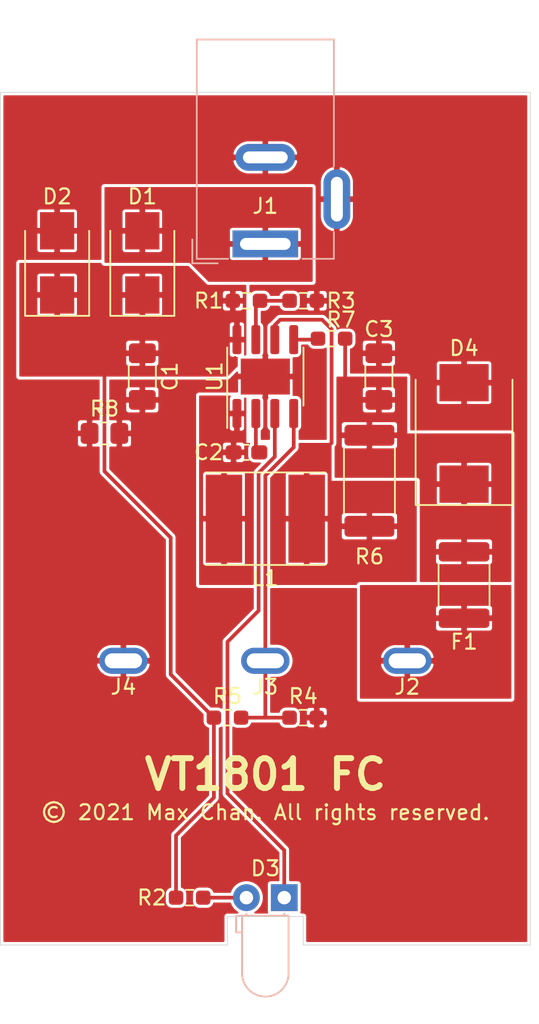
<source format=kicad_pcb>
(kicad_pcb (version 20171130) (host pcbnew "(5.1.9-0-10_14)")

  (general
    (thickness 1.6)
    (drawings 10)
    (tracks 40)
    (zones 0)
    (modules 22)
    (nets 14)
  )

  (page A4)
  (layers
    (0 F.Cu signal)
    (31 B.Cu signal)
    (32 B.Adhes user)
    (33 F.Adhes user)
    (34 B.Paste user)
    (35 F.Paste user)
    (36 B.SilkS user)
    (37 F.SilkS user)
    (38 B.Mask user)
    (39 F.Mask user)
    (40 Dwgs.User user)
    (41 Cmts.User user)
    (42 Eco1.User user)
    (43 Eco2.User user)
    (44 Edge.Cuts user)
    (45 Margin user)
    (46 B.CrtYd user)
    (47 F.CrtYd user)
    (48 B.Fab user)
    (49 F.Fab user)
  )

  (setup
    (last_trace_width 0.25)
    (trace_clearance 0.2)
    (zone_clearance 0.1778)
    (zone_45_only no)
    (trace_min 0.2)
    (via_size 0.8)
    (via_drill 0.4)
    (via_min_size 0.4)
    (via_min_drill 0.3)
    (uvia_size 0.3)
    (uvia_drill 0.1)
    (uvias_allowed no)
    (uvia_min_size 0.2)
    (uvia_min_drill 0.1)
    (edge_width 0.05)
    (segment_width 0.2)
    (pcb_text_width 0.3)
    (pcb_text_size 1.5 1.5)
    (mod_edge_width 0.12)
    (mod_text_size 1 1)
    (mod_text_width 0.15)
    (pad_size 1.524 1.524)
    (pad_drill 0.762)
    (pad_to_mask_clearance 0)
    (aux_axis_origin 150 100)
    (grid_origin 150 100)
    (visible_elements FFFDFF7F)
    (pcbplotparams
      (layerselection 0x010a8_7fffffff)
      (usegerberextensions false)
      (usegerberattributes true)
      (usegerberadvancedattributes true)
      (creategerberjobfile true)
      (excludeedgelayer true)
      (linewidth 0.100000)
      (plotframeref false)
      (viasonmask false)
      (mode 1)
      (useauxorigin false)
      (hpglpennumber 1)
      (hpglpenspeed 20)
      (hpglpendiameter 15.000000)
      (psnegative false)
      (psa4output false)
      (plotreference true)
      (plotvalue true)
      (plotinvisibletext false)
      (padsonsilk false)
      (subtractmaskfromsilk false)
      (outputformat 1)
      (mirror false)
      (drillshape 0)
      (scaleselection 1)
      (outputdirectory "Gerber"))
  )

  (net 0 "")
  (net 1 GND)
  (net 2 +12V)
  (net 3 "Net-(C2-Pad2)")
  (net 4 "Net-(C2-Pad1)")
  (net 5 +BATT)
  (net 6 "Net-(D1-Pad2)")
  (net 7 "Net-(D3-Pad2)")
  (net 8 "Net-(D3-Pad1)")
  (net 9 "Net-(F1-Pad1)")
  (net 10 /TEMP)
  (net 11 "Net-(L1-Pad1)")
  (net 12 "Net-(R1-Pad1)")
  (net 13 "Net-(R7-Pad2)")

  (net_class Default "This is the default net class."
    (clearance 0.2)
    (trace_width 0.25)
    (via_dia 0.8)
    (via_drill 0.4)
    (uvia_dia 0.3)
    (uvia_drill 0.1)
    (add_net +12V)
    (add_net +BATT)
    (add_net /TEMP)
    (add_net GND)
    (add_net "Net-(C2-Pad1)")
    (add_net "Net-(C2-Pad2)")
    (add_net "Net-(D1-Pad2)")
    (add_net "Net-(D3-Pad1)")
    (add_net "Net-(D3-Pad2)")
    (add_net "Net-(F1-Pad1)")
    (add_net "Net-(L1-Pad1)")
    (add_net "Net-(R1-Pad1)")
    (add_net "Net-(R7-Pad2)")
  )

  (module Resistor_SMD:R_0805_2012Metric_Pad1.20x1.40mm_HandSolder (layer F.Cu) (tedit 5F68FEEE) (tstamp 60191273)
    (at 139.205 84.76)
    (descr "Resistor SMD 0805 (2012 Metric), square (rectangular) end terminal, IPC_7351 nominal with elongated pad for handsoldering. (Body size source: IPC-SM-782 page 72, https://www.pcb-3d.com/wordpress/wp-content/uploads/ipc-sm-782a_amendment_1_and_2.pdf), generated with kicad-footprint-generator")
    (tags "resistor handsolder")
    (path /603AAE4B)
    (attr smd)
    (fp_text reference R8 (at 0 -1.65) (layer F.SilkS)
      (effects (font (size 1 1) (thickness 0.15)))
    )
    (fp_text value 0 (at 0 1.65) (layer F.Fab)
      (effects (font (size 1 1) (thickness 0.15)))
    )
    (fp_text user %R (at 0 0) (layer F.Fab)
      (effects (font (size 0.5 0.5) (thickness 0.08)))
    )
    (fp_line (start -1 0.625) (end -1 -0.625) (layer F.Fab) (width 0.1))
    (fp_line (start -1 -0.625) (end 1 -0.625) (layer F.Fab) (width 0.1))
    (fp_line (start 1 -0.625) (end 1 0.625) (layer F.Fab) (width 0.1))
    (fp_line (start 1 0.625) (end -1 0.625) (layer F.Fab) (width 0.1))
    (fp_line (start -0.227064 -0.735) (end 0.227064 -0.735) (layer F.SilkS) (width 0.12))
    (fp_line (start -0.227064 0.735) (end 0.227064 0.735) (layer F.SilkS) (width 0.12))
    (fp_line (start -1.85 0.95) (end -1.85 -0.95) (layer F.CrtYd) (width 0.05))
    (fp_line (start -1.85 -0.95) (end 1.85 -0.95) (layer F.CrtYd) (width 0.05))
    (fp_line (start 1.85 -0.95) (end 1.85 0.95) (layer F.CrtYd) (width 0.05))
    (fp_line (start 1.85 0.95) (end -1.85 0.95) (layer F.CrtYd) (width 0.05))
    (pad 2 smd roundrect (at 1 0) (size 1.2 1.4) (layers F.Cu F.Paste F.Mask) (roundrect_rratio 0.2083325)
      (net 1 GND))
    (pad 1 smd roundrect (at -1 0) (size 1.2 1.4) (layers F.Cu F.Paste F.Mask) (roundrect_rratio 0.2083325)
      (net 1 GND))
    (model ${KISYS3DMOD}/Resistor_SMD.3dshapes/R_0805_2012Metric.wrl
      (at (xyz 0 0 0))
      (scale (xyz 1 1 1))
      (rotate (xyz 0 0 0))
    )
  )

  (module Resistor_SMD:R_0603_1608Metric_Pad0.98x0.95mm_HandSolder (layer F.Cu) (tedit 5F68FEEE) (tstamp 601907D6)
    (at 154.445 78.41 180)
    (descr "Resistor SMD 0603 (1608 Metric), square (rectangular) end terminal, IPC_7351 nominal with elongated pad for handsoldering. (Body size source: IPC-SM-782 page 72, https://www.pcb-3d.com/wordpress/wp-content/uploads/ipc-sm-782a_amendment_1_and_2.pdf), generated with kicad-footprint-generator")
    (tags "resistor handsolder")
    (path /603A27CD)
    (attr smd)
    (fp_text reference R7 (at -0.635 1.27) (layer F.SilkS)
      (effects (font (size 1 1) (thickness 0.15)))
    )
    (fp_text value 0 (at 0 1.43) (layer F.Fab)
      (effects (font (size 1 1) (thickness 0.15)))
    )
    (fp_text user %R (at 0 0) (layer F.Fab)
      (effects (font (size 0.4 0.4) (thickness 0.06)))
    )
    (fp_line (start -0.8 0.4125) (end -0.8 -0.4125) (layer F.Fab) (width 0.1))
    (fp_line (start -0.8 -0.4125) (end 0.8 -0.4125) (layer F.Fab) (width 0.1))
    (fp_line (start 0.8 -0.4125) (end 0.8 0.4125) (layer F.Fab) (width 0.1))
    (fp_line (start 0.8 0.4125) (end -0.8 0.4125) (layer F.Fab) (width 0.1))
    (fp_line (start -0.254724 -0.5225) (end 0.254724 -0.5225) (layer F.SilkS) (width 0.12))
    (fp_line (start -0.254724 0.5225) (end 0.254724 0.5225) (layer F.SilkS) (width 0.12))
    (fp_line (start -1.65 0.73) (end -1.65 -0.73) (layer F.CrtYd) (width 0.05))
    (fp_line (start -1.65 -0.73) (end 1.65 -0.73) (layer F.CrtYd) (width 0.05))
    (fp_line (start 1.65 -0.73) (end 1.65 0.73) (layer F.CrtYd) (width 0.05))
    (fp_line (start 1.65 0.73) (end -1.65 0.73) (layer F.CrtYd) (width 0.05))
    (pad 2 smd roundrect (at 0.9125 0 180) (size 0.975 0.95) (layers F.Cu F.Paste F.Mask) (roundrect_rratio 0.25)
      (net 13 "Net-(R7-Pad2)"))
    (pad 1 smd roundrect (at -0.9125 0 180) (size 0.975 0.95) (layers F.Cu F.Paste F.Mask) (roundrect_rratio 0.25)
      (net 5 +BATT))
    (model ${KISYS3DMOD}/Resistor_SMD.3dshapes/R_0603_1608Metric.wrl
      (at (xyz 0 0 0))
      (scale (xyz 1 1 1))
      (rotate (xyz 0 0 0))
    )
  )

  (module Package_SO:SOIC-8-1EP_3.9x4.9mm_P1.27mm_EP2.41x3.3mm (layer F.Cu) (tedit 5DC5FE76) (tstamp 6018F488)
    (at 150 80.95 90)
    (descr "SOIC, 8 Pin (http://www.allegromicro.com/~/media/Files/Datasheets/A4950-Datasheet.ashx#page=8), generated with kicad-footprint-generator ipc_gullwing_generator.py")
    (tags "SOIC SO")
    (path /60340075)
    (attr smd)
    (fp_text reference U1 (at 0 -3.4 90) (layer F.SilkS)
      (effects (font (size 1 1) (thickness 0.15)))
    )
    (fp_text value LP28300BSPF (at 0 3.4 90) (layer F.Fab)
      (effects (font (size 1 1) (thickness 0.15)))
    )
    (fp_text user %R (at 0 0 90) (layer F.Fab)
      (effects (font (size 0.98 0.98) (thickness 0.15)))
    )
    (fp_line (start 0 2.56) (end 1.95 2.56) (layer F.SilkS) (width 0.12))
    (fp_line (start 0 2.56) (end -1.95 2.56) (layer F.SilkS) (width 0.12))
    (fp_line (start 0 -2.56) (end 1.95 -2.56) (layer F.SilkS) (width 0.12))
    (fp_line (start 0 -2.56) (end -3.45 -2.56) (layer F.SilkS) (width 0.12))
    (fp_line (start -0.975 -2.45) (end 1.95 -2.45) (layer F.Fab) (width 0.1))
    (fp_line (start 1.95 -2.45) (end 1.95 2.45) (layer F.Fab) (width 0.1))
    (fp_line (start 1.95 2.45) (end -1.95 2.45) (layer F.Fab) (width 0.1))
    (fp_line (start -1.95 2.45) (end -1.95 -1.475) (layer F.Fab) (width 0.1))
    (fp_line (start -1.95 -1.475) (end -0.975 -2.45) (layer F.Fab) (width 0.1))
    (fp_line (start -3.7 -2.7) (end -3.7 2.7) (layer F.CrtYd) (width 0.05))
    (fp_line (start -3.7 2.7) (end 3.7 2.7) (layer F.CrtYd) (width 0.05))
    (fp_line (start 3.7 2.7) (end 3.7 -2.7) (layer F.CrtYd) (width 0.05))
    (fp_line (start 3.7 -2.7) (end -3.7 -2.7) (layer F.CrtYd) (width 0.05))
    (pad "" smd roundrect (at 0.6 0.825 90) (size 0.97 1.33) (layers F.Paste) (roundrect_rratio 0.25))
    (pad "" smd roundrect (at 0.6 -0.825 90) (size 0.97 1.33) (layers F.Paste) (roundrect_rratio 0.25))
    (pad "" smd roundrect (at -0.6 0.825 90) (size 0.97 1.33) (layers F.Paste) (roundrect_rratio 0.25))
    (pad "" smd roundrect (at -0.6 -0.825 90) (size 0.97 1.33) (layers F.Paste) (roundrect_rratio 0.25))
    (pad 9 smd rect (at 0 0 90) (size 2.41 3.3) (layers F.Cu F.Mask)
      (net 1 GND))
    (pad 8 smd roundrect (at 2.475 -1.905 90) (size 1.95 0.6) (layers F.Cu F.Paste F.Mask) (roundrect_rratio 0.25)
      (net 2 +12V))
    (pad 7 smd roundrect (at 2.475 -0.635 90) (size 1.95 0.6) (layers F.Cu F.Paste F.Mask) (roundrect_rratio 0.25)
      (net 12 "Net-(R1-Pad1)"))
    (pad 6 smd roundrect (at 2.475 0.635 90) (size 1.95 0.6) (layers F.Cu F.Paste F.Mask) (roundrect_rratio 0.25)
      (net 11 "Net-(L1-Pad1)"))
    (pad 5 smd roundrect (at 2.475 1.905 90) (size 1.95 0.6) (layers F.Cu F.Paste F.Mask) (roundrect_rratio 0.25)
      (net 13 "Net-(R7-Pad2)"))
    (pad 4 smd roundrect (at -2.475 1.905 90) (size 1.95 0.6) (layers F.Cu F.Paste F.Mask) (roundrect_rratio 0.25)
      (net 10 /TEMP))
    (pad 3 smd roundrect (at -2.475 0.635 90) (size 1.95 0.6) (layers F.Cu F.Paste F.Mask) (roundrect_rratio 0.25)
      (net 8 "Net-(D3-Pad1)"))
    (pad 2 smd roundrect (at -2.475 -0.635 90) (size 1.95 0.6) (layers F.Cu F.Paste F.Mask) (roundrect_rratio 0.25)
      (net 3 "Net-(C2-Pad2)"))
    (pad 1 smd roundrect (at -2.475 -1.905 90) (size 1.95 0.6) (layers F.Cu F.Paste F.Mask) (roundrect_rratio 0.25)
      (net 4 "Net-(C2-Pad1)"))
    (model ${KISYS3DMOD}/Package_SO.3dshapes/SOIC-8-1EP_3.9x4.9mm_P1.27mm_EP2.41x3.3mm.wrl
      (at (xyz 0 0 0))
      (scale (xyz 1 1 1))
      (rotate (xyz 0 0 0))
    )
  )

  (module Resistor_SMD:R_2512_6332Metric_Pad1.40x3.35mm_HandSolder (layer F.Cu) (tedit 5F68FEEE) (tstamp 6018F469)
    (at 156.985 87.935 270)
    (descr "Resistor SMD 2512 (6332 Metric), square (rectangular) end terminal, IPC_7351 nominal with elongated pad for handsoldering. (Body size source: IPC-SM-782 page 72, https://www.pcb-3d.com/wordpress/wp-content/uploads/ipc-sm-782a_amendment_1_and_2.pdf), generated with kicad-footprint-generator")
    (tags "resistor handsolder")
    (path /60345458)
    (attr smd)
    (fp_text reference R6 (at 5.08 0 180) (layer F.SilkS)
      (effects (font (size 1 1) (thickness 0.15)))
    )
    (fp_text value 25m (at 0 2.62 90) (layer F.Fab)
      (effects (font (size 1 1) (thickness 0.15)))
    )
    (fp_text user %R (at 0 0 90) (layer F.Fab)
      (effects (font (size 1 1) (thickness 0.15)))
    )
    (fp_line (start -3.15 1.6) (end -3.15 -1.6) (layer F.Fab) (width 0.1))
    (fp_line (start -3.15 -1.6) (end 3.15 -1.6) (layer F.Fab) (width 0.1))
    (fp_line (start 3.15 -1.6) (end 3.15 1.6) (layer F.Fab) (width 0.1))
    (fp_line (start 3.15 1.6) (end -3.15 1.6) (layer F.Fab) (width 0.1))
    (fp_line (start -2.177064 -1.71) (end 2.177064 -1.71) (layer F.SilkS) (width 0.12))
    (fp_line (start -2.177064 1.71) (end 2.177064 1.71) (layer F.SilkS) (width 0.12))
    (fp_line (start -4 1.92) (end -4 -1.92) (layer F.CrtYd) (width 0.05))
    (fp_line (start -4 -1.92) (end 4 -1.92) (layer F.CrtYd) (width 0.05))
    (fp_line (start 4 -1.92) (end 4 1.92) (layer F.CrtYd) (width 0.05))
    (fp_line (start 4 1.92) (end -4 1.92) (layer F.CrtYd) (width 0.05))
    (pad 2 smd roundrect (at 3.05 0 270) (size 1.4 3.35) (layers F.Cu F.Paste F.Mask) (roundrect_rratio 0.1785707142857143)
      (net 11 "Net-(L1-Pad1)"))
    (pad 1 smd roundrect (at -3.05 0 270) (size 1.4 3.35) (layers F.Cu F.Paste F.Mask) (roundrect_rratio 0.1785707142857143)
      (net 5 +BATT))
    (model ${KISYS3DMOD}/Resistor_SMD.3dshapes/R_2512_6332Metric.wrl
      (at (xyz 0 0 0))
      (scale (xyz 1 1 1))
      (rotate (xyz 0 0 0))
    )
  )

  (module Resistor_SMD:R_0603_1608Metric_Pad0.98x0.95mm_HandSolder (layer F.Cu) (tedit 5F68FEEE) (tstamp 6018F458)
    (at 147.46 103.81)
    (descr "Resistor SMD 0603 (1608 Metric), square (rectangular) end terminal, IPC_7351 nominal with elongated pad for handsoldering. (Body size source: IPC-SM-782 page 72, https://www.pcb-3d.com/wordpress/wp-content/uploads/ipc-sm-782a_amendment_1_and_2.pdf), generated with kicad-footprint-generator")
    (tags "resistor handsolder")
    (path /603474FD)
    (attr smd)
    (fp_text reference R5 (at 0 -1.43) (layer F.SilkS)
      (effects (font (size 1 1) (thickness 0.15)))
    )
    (fp_text value 100k (at 0 1.43) (layer F.Fab)
      (effects (font (size 1 1) (thickness 0.15)))
    )
    (fp_text user %R (at 0 0) (layer F.Fab)
      (effects (font (size 0.4 0.4) (thickness 0.06)))
    )
    (fp_line (start -0.8 0.4125) (end -0.8 -0.4125) (layer F.Fab) (width 0.1))
    (fp_line (start -0.8 -0.4125) (end 0.8 -0.4125) (layer F.Fab) (width 0.1))
    (fp_line (start 0.8 -0.4125) (end 0.8 0.4125) (layer F.Fab) (width 0.1))
    (fp_line (start 0.8 0.4125) (end -0.8 0.4125) (layer F.Fab) (width 0.1))
    (fp_line (start -0.254724 -0.5225) (end 0.254724 -0.5225) (layer F.SilkS) (width 0.12))
    (fp_line (start -0.254724 0.5225) (end 0.254724 0.5225) (layer F.SilkS) (width 0.12))
    (fp_line (start -1.65 0.73) (end -1.65 -0.73) (layer F.CrtYd) (width 0.05))
    (fp_line (start -1.65 -0.73) (end 1.65 -0.73) (layer F.CrtYd) (width 0.05))
    (fp_line (start 1.65 -0.73) (end 1.65 0.73) (layer F.CrtYd) (width 0.05))
    (fp_line (start 1.65 0.73) (end -1.65 0.73) (layer F.CrtYd) (width 0.05))
    (pad 2 smd roundrect (at 0.9125 0) (size 0.975 0.95) (layers F.Cu F.Paste F.Mask) (roundrect_rratio 0.25)
      (net 10 /TEMP))
    (pad 1 smd roundrect (at -0.9125 0) (size 0.975 0.95) (layers F.Cu F.Paste F.Mask) (roundrect_rratio 0.25)
      (net 2 +12V))
    (model ${KISYS3DMOD}/Resistor_SMD.3dshapes/R_0603_1608Metric.wrl
      (at (xyz 0 0 0))
      (scale (xyz 1 1 1))
      (rotate (xyz 0 0 0))
    )
  )

  (module Resistor_SMD:R_0603_1608Metric_Pad0.98x0.95mm_HandSolder (layer F.Cu) (tedit 5F68FEEE) (tstamp 6018F447)
    (at 152.54 103.81)
    (descr "Resistor SMD 0603 (1608 Metric), square (rectangular) end terminal, IPC_7351 nominal with elongated pad for handsoldering. (Body size source: IPC-SM-782 page 72, https://www.pcb-3d.com/wordpress/wp-content/uploads/ipc-sm-782a_amendment_1_and_2.pdf), generated with kicad-footprint-generator")
    (tags "resistor handsolder")
    (path /60346DBE)
    (attr smd)
    (fp_text reference R4 (at 0 -1.43) (layer F.SilkS)
      (effects (font (size 1 1) (thickness 0.15)))
    )
    (fp_text value 100k (at 0 1.43) (layer F.Fab)
      (effects (font (size 1 1) (thickness 0.15)))
    )
    (fp_text user %R (at 0 0) (layer F.Fab)
      (effects (font (size 0.4 0.4) (thickness 0.06)))
    )
    (fp_line (start -0.8 0.4125) (end -0.8 -0.4125) (layer F.Fab) (width 0.1))
    (fp_line (start -0.8 -0.4125) (end 0.8 -0.4125) (layer F.Fab) (width 0.1))
    (fp_line (start 0.8 -0.4125) (end 0.8 0.4125) (layer F.Fab) (width 0.1))
    (fp_line (start 0.8 0.4125) (end -0.8 0.4125) (layer F.Fab) (width 0.1))
    (fp_line (start -0.254724 -0.5225) (end 0.254724 -0.5225) (layer F.SilkS) (width 0.12))
    (fp_line (start -0.254724 0.5225) (end 0.254724 0.5225) (layer F.SilkS) (width 0.12))
    (fp_line (start -1.65 0.73) (end -1.65 -0.73) (layer F.CrtYd) (width 0.05))
    (fp_line (start -1.65 -0.73) (end 1.65 -0.73) (layer F.CrtYd) (width 0.05))
    (fp_line (start 1.65 -0.73) (end 1.65 0.73) (layer F.CrtYd) (width 0.05))
    (fp_line (start 1.65 0.73) (end -1.65 0.73) (layer F.CrtYd) (width 0.05))
    (pad 2 smd roundrect (at 0.9125 0) (size 0.975 0.95) (layers F.Cu F.Paste F.Mask) (roundrect_rratio 0.25)
      (net 1 GND))
    (pad 1 smd roundrect (at -0.9125 0) (size 0.975 0.95) (layers F.Cu F.Paste F.Mask) (roundrect_rratio 0.25)
      (net 10 /TEMP))
    (model ${KISYS3DMOD}/Resistor_SMD.3dshapes/R_0603_1608Metric.wrl
      (at (xyz 0 0 0))
      (scale (xyz 1 1 1))
      (rotate (xyz 0 0 0))
    )
  )

  (module Resistor_SMD:R_0603_1608Metric_Pad0.98x0.95mm_HandSolder (layer F.Cu) (tedit 5F68FEEE) (tstamp 6018F436)
    (at 152.54 75.87)
    (descr "Resistor SMD 0603 (1608 Metric), square (rectangular) end terminal, IPC_7351 nominal with elongated pad for handsoldering. (Body size source: IPC-SM-782 page 72, https://www.pcb-3d.com/wordpress/wp-content/uploads/ipc-sm-782a_amendment_1_and_2.pdf), generated with kicad-footprint-generator")
    (tags "resistor handsolder")
    (path /603515CE)
    (attr smd)
    (fp_text reference R3 (at 2.54 0) (layer F.SilkS)
      (effects (font (size 1 1) (thickness 0.15)))
    )
    (fp_text value 2k (at 0 1.43) (layer F.Fab)
      (effects (font (size 1 1) (thickness 0.15)))
    )
    (fp_text user %R (at 0 0) (layer F.Fab)
      (effects (font (size 0.4 0.4) (thickness 0.06)))
    )
    (fp_line (start -0.8 0.4125) (end -0.8 -0.4125) (layer F.Fab) (width 0.1))
    (fp_line (start -0.8 -0.4125) (end 0.8 -0.4125) (layer F.Fab) (width 0.1))
    (fp_line (start 0.8 -0.4125) (end 0.8 0.4125) (layer F.Fab) (width 0.1))
    (fp_line (start 0.8 0.4125) (end -0.8 0.4125) (layer F.Fab) (width 0.1))
    (fp_line (start -0.254724 -0.5225) (end 0.254724 -0.5225) (layer F.SilkS) (width 0.12))
    (fp_line (start -0.254724 0.5225) (end 0.254724 0.5225) (layer F.SilkS) (width 0.12))
    (fp_line (start -1.65 0.73) (end -1.65 -0.73) (layer F.CrtYd) (width 0.05))
    (fp_line (start -1.65 -0.73) (end 1.65 -0.73) (layer F.CrtYd) (width 0.05))
    (fp_line (start 1.65 -0.73) (end 1.65 0.73) (layer F.CrtYd) (width 0.05))
    (fp_line (start 1.65 0.73) (end -1.65 0.73) (layer F.CrtYd) (width 0.05))
    (pad 2 smd roundrect (at 0.9125 0) (size 0.975 0.95) (layers F.Cu F.Paste F.Mask) (roundrect_rratio 0.25)
      (net 1 GND))
    (pad 1 smd roundrect (at -0.9125 0) (size 0.975 0.95) (layers F.Cu F.Paste F.Mask) (roundrect_rratio 0.25)
      (net 12 "Net-(R1-Pad1)"))
    (model ${KISYS3DMOD}/Resistor_SMD.3dshapes/R_0603_1608Metric.wrl
      (at (xyz 0 0 0))
      (scale (xyz 1 1 1))
      (rotate (xyz 0 0 0))
    )
  )

  (module Resistor_SMD:R_0603_1608Metric_Pad0.98x0.95mm_HandSolder (layer F.Cu) (tedit 5F68FEEE) (tstamp 6018F425)
    (at 144.92 115.875 180)
    (descr "Resistor SMD 0603 (1608 Metric), square (rectangular) end terminal, IPC_7351 nominal with elongated pad for handsoldering. (Body size source: IPC-SM-782 page 72, https://www.pcb-3d.com/wordpress/wp-content/uploads/ipc-sm-782a_amendment_1_and_2.pdf), generated with kicad-footprint-generator")
    (tags "resistor handsolder")
    (path /60350AE0)
    (attr smd)
    (fp_text reference R2 (at 2.54 0) (layer F.SilkS)
      (effects (font (size 1 1) (thickness 0.15)))
    )
    (fp_text value 510 (at 0 1.43) (layer F.Fab)
      (effects (font (size 1 1) (thickness 0.15)))
    )
    (fp_text user %R (at 0 0) (layer F.Fab)
      (effects (font (size 0.4 0.4) (thickness 0.06)))
    )
    (fp_line (start -0.8 0.4125) (end -0.8 -0.4125) (layer F.Fab) (width 0.1))
    (fp_line (start -0.8 -0.4125) (end 0.8 -0.4125) (layer F.Fab) (width 0.1))
    (fp_line (start 0.8 -0.4125) (end 0.8 0.4125) (layer F.Fab) (width 0.1))
    (fp_line (start 0.8 0.4125) (end -0.8 0.4125) (layer F.Fab) (width 0.1))
    (fp_line (start -0.254724 -0.5225) (end 0.254724 -0.5225) (layer F.SilkS) (width 0.12))
    (fp_line (start -0.254724 0.5225) (end 0.254724 0.5225) (layer F.SilkS) (width 0.12))
    (fp_line (start -1.65 0.73) (end -1.65 -0.73) (layer F.CrtYd) (width 0.05))
    (fp_line (start -1.65 -0.73) (end 1.65 -0.73) (layer F.CrtYd) (width 0.05))
    (fp_line (start 1.65 -0.73) (end 1.65 0.73) (layer F.CrtYd) (width 0.05))
    (fp_line (start 1.65 0.73) (end -1.65 0.73) (layer F.CrtYd) (width 0.05))
    (pad 2 smd roundrect (at 0.9125 0 180) (size 0.975 0.95) (layers F.Cu F.Paste F.Mask) (roundrect_rratio 0.25)
      (net 2 +12V))
    (pad 1 smd roundrect (at -0.9125 0 180) (size 0.975 0.95) (layers F.Cu F.Paste F.Mask) (roundrect_rratio 0.25)
      (net 7 "Net-(D3-Pad2)"))
    (model ${KISYS3DMOD}/Resistor_SMD.3dshapes/R_0603_1608Metric.wrl
      (at (xyz 0 0 0))
      (scale (xyz 1 1 1))
      (rotate (xyz 0 0 0))
    )
  )

  (module Resistor_SMD:R_0603_1608Metric_Pad0.98x0.95mm_HandSolder (layer F.Cu) (tedit 5F68FEEE) (tstamp 6018F414)
    (at 148.73 75.87 180)
    (descr "Resistor SMD 0603 (1608 Metric), square (rectangular) end terminal, IPC_7351 nominal with elongated pad for handsoldering. (Body size source: IPC-SM-782 page 72, https://www.pcb-3d.com/wordpress/wp-content/uploads/ipc-sm-782a_amendment_1_and_2.pdf), generated with kicad-footprint-generator")
    (tags "resistor handsolder")
    (path /6034E1E4)
    (attr smd)
    (fp_text reference R1 (at 2.54 0) (layer F.SilkS)
      (effects (font (size 1 1) (thickness 0.15)))
    )
    (fp_text value 16k (at 0 1.43) (layer F.Fab)
      (effects (font (size 1 1) (thickness 0.15)))
    )
    (fp_text user %R (at 0 0) (layer F.Fab)
      (effects (font (size 0.4 0.4) (thickness 0.06)))
    )
    (fp_line (start -0.8 0.4125) (end -0.8 -0.4125) (layer F.Fab) (width 0.1))
    (fp_line (start -0.8 -0.4125) (end 0.8 -0.4125) (layer F.Fab) (width 0.1))
    (fp_line (start 0.8 -0.4125) (end 0.8 0.4125) (layer F.Fab) (width 0.1))
    (fp_line (start 0.8 0.4125) (end -0.8 0.4125) (layer F.Fab) (width 0.1))
    (fp_line (start -0.254724 -0.5225) (end 0.254724 -0.5225) (layer F.SilkS) (width 0.12))
    (fp_line (start -0.254724 0.5225) (end 0.254724 0.5225) (layer F.SilkS) (width 0.12))
    (fp_line (start -1.65 0.73) (end -1.65 -0.73) (layer F.CrtYd) (width 0.05))
    (fp_line (start -1.65 -0.73) (end 1.65 -0.73) (layer F.CrtYd) (width 0.05))
    (fp_line (start 1.65 -0.73) (end 1.65 0.73) (layer F.CrtYd) (width 0.05))
    (fp_line (start 1.65 0.73) (end -1.65 0.73) (layer F.CrtYd) (width 0.05))
    (pad 2 smd roundrect (at 0.9125 0 180) (size 0.975 0.95) (layers F.Cu F.Paste F.Mask) (roundrect_rratio 0.25)
      (net 2 +12V))
    (pad 1 smd roundrect (at -0.9125 0 180) (size 0.975 0.95) (layers F.Cu F.Paste F.Mask) (roundrect_rratio 0.25)
      (net 12 "Net-(R1-Pad1)"))
    (model ${KISYS3DMOD}/Resistor_SMD.3dshapes/R_0603_1608Metric.wrl
      (at (xyz 0 0 0))
      (scale (xyz 1 1 1))
      (rotate (xyz 0 0 0))
    )
  )

  (module Inductor_SMD:L_Taiyo-Yuden_NR-60xx_HandSoldering (layer F.Cu) (tedit 5990349D) (tstamp 6018FB1A)
    (at 150 90.475 180)
    (descr "Inductor, Taiyo Yuden, NR series, Taiyo-Yuden_NR-60xx, 6.0mmx6.0mm")
    (tags "inductor taiyo-yuden nr smd")
    (path /60344830)
    (attr smd)
    (fp_text reference L1 (at 0 -4) (layer F.SilkS)
      (effects (font (size 1 1) (thickness 0.15)))
    )
    (fp_text value 4.7µ (at 0 4.5) (layer F.Fab)
      (effects (font (size 1 1) (thickness 0.15)))
    )
    (fp_text user %R (at 0 0) (layer F.Fab)
      (effects (font (size 1 1) (thickness 0.15)))
    )
    (fp_line (start -3 0) (end -3 -2) (layer F.Fab) (width 0.1))
    (fp_line (start -3 -2) (end -2 -3) (layer F.Fab) (width 0.1))
    (fp_line (start -2 -3) (end 0 -3) (layer F.Fab) (width 0.1))
    (fp_line (start 3 0) (end 3 -2) (layer F.Fab) (width 0.1))
    (fp_line (start 3 -2) (end 2 -3) (layer F.Fab) (width 0.1))
    (fp_line (start 2 -3) (end 0 -3) (layer F.Fab) (width 0.1))
    (fp_line (start 3 0) (end 3 2) (layer F.Fab) (width 0.1))
    (fp_line (start 3 2) (end 2 3) (layer F.Fab) (width 0.1))
    (fp_line (start 2 3) (end 0 3) (layer F.Fab) (width 0.1))
    (fp_line (start -3 0) (end -3 2) (layer F.Fab) (width 0.1))
    (fp_line (start -3 2) (end -2 3) (layer F.Fab) (width 0.1))
    (fp_line (start -2 3) (end 0 3) (layer F.Fab) (width 0.1))
    (fp_line (start -4 -3.1) (end 4 -3.1) (layer F.SilkS) (width 0.12))
    (fp_line (start -4 3.1) (end 4 3.1) (layer F.SilkS) (width 0.12))
    (fp_line (start -4.25 -3.25) (end -4.25 3.25) (layer F.CrtYd) (width 0.05))
    (fp_line (start -4.25 3.25) (end 4.25 3.25) (layer F.CrtYd) (width 0.05))
    (fp_line (start 4.25 3.25) (end 4.25 -3.25) (layer F.CrtYd) (width 0.05))
    (fp_line (start 4.25 -3.25) (end -4.25 -3.25) (layer F.CrtYd) (width 0.05))
    (pad 2 smd rect (at 2.775 0 180) (size 2.45 5.9) (layers F.Cu F.Paste F.Mask)
      (net 4 "Net-(C2-Pad1)"))
    (pad 1 smd rect (at -2.775 0 180) (size 2.45 5.9) (layers F.Cu F.Paste F.Mask)
      (net 11 "Net-(L1-Pad1)"))
    (model ${KISYS3DMOD}/Inductor_SMD.3dshapes/L_Taiyo-Yuden_NR-60xx.wrl
      (at (xyz 0 0 0))
      (scale (xyz 1 1 1))
      (rotate (xyz 0 0 0))
    )
  )

  (module Connector_Pin:Pin_D1x2.5mm locked (layer F.Cu) (tedit 6018D6A9) (tstamp 6018F3EA)
    (at 140.475 100)
    (path /603672BB)
    (fp_text reference J4 (at 0 1.75) (layer F.SilkS)
      (effects (font (size 1 1) (thickness 0.15)))
    )
    (fp_text value B- (at 0 -1.75) (layer F.Fab)
      (effects (font (size 1 1) (thickness 0.15)))
    )
    (pad 1 thru_hole oval (at 0 0) (size 3.25 1.75) (drill oval 2.5 1) (layers *.Cu *.Mask)
      (net 1 GND))
  )

  (module Connector_Pin:Pin_D1x2.5mm locked (layer F.Cu) (tedit 6018D6A9) (tstamp 6018F3E5)
    (at 150 100)
    (path /60366F9D)
    (fp_text reference J3 (at 0 1.75) (layer F.SilkS)
      (effects (font (size 1 1) (thickness 0.15)))
    )
    (fp_text value TEMP (at 0 -1.75) (layer F.Fab)
      (effects (font (size 1 1) (thickness 0.15)))
    )
    (pad 1 thru_hole oval (at 0 0) (size 3.25 1.75) (drill oval 2.5 1) (layers *.Cu *.Mask)
      (net 10 /TEMP))
  )

  (module Connector_Pin:Pin_D1x2.5mm locked (layer F.Cu) (tedit 6018D6A9) (tstamp 6018F3E0)
    (at 159.525 100)
    (path /603668AD)
    (fp_text reference J2 (at 0 1.75) (layer F.SilkS)
      (effects (font (size 1 1) (thickness 0.15)))
    )
    (fp_text value B+ (at 0 -1.75) (layer F.Fab)
      (effects (font (size 1 1) (thickness 0.15)))
    )
    (pad 1 thru_hole oval (at 0 0) (size 3.25 1.75) (drill oval 2.5 1) (layers *.Cu *.Mask)
      (net 9 "Net-(F1-Pad1)"))
  )

  (module Connector_BarrelJack:BarrelJack_Wuerth_6941xx301002 locked (layer B.Cu) (tedit 5B191DE1) (tstamp 6018F3DB)
    (at 150 72.06)
    (descr "Wuerth electronics barrel jack connector (5.5mm outher diameter, inner diameter 2.05mm or 2.55mm depending on exact order number), See: http://katalog.we-online.de/em/datasheet/6941xx301002.pdf")
    (tags "connector barrel jack")
    (path /6035818D)
    (fp_text reference J1 (at 0 -2.54) (layer F.SilkS)
      (effects (font (size 1 1) (thickness 0.15)))
    )
    (fp_text value 12V (at 0 -15.5) (layer B.Fab)
      (effects (font (size 1 1) (thickness 0.15)) (justify mirror))
    )
    (fp_text user %R (at 0 -7.5) (layer B.Fab)
      (effects (font (size 1 1) (thickness 0.15)) (justify mirror))
    )
    (fp_line (start 5 -14.1) (end 5 -5.5) (layer B.CrtYd) (width 0.05))
    (fp_line (start 4.6 -5.2) (end 4.6 -13.7) (layer B.SilkS) (width 0.12))
    (fp_line (start -4.5 -0.1) (end -3.5 0.9) (layer B.Fab) (width 0.1))
    (fp_line (start 4.5 0.9) (end -3.5 0.9) (layer B.Fab) (width 0.1))
    (fp_line (start 4.5 0.9) (end 4.5 -13.6) (layer B.Fab) (width 0.1))
    (fp_line (start 4.5 -13.6) (end -4.5 -13.6) (layer B.Fab) (width 0.1))
    (fp_line (start -4.5 -13.6) (end -4.5 -0.1) (layer B.Fab) (width 0.1))
    (fp_line (start 4.6 -13.7) (end -4.6 -13.7) (layer B.SilkS) (width 0.12))
    (fp_line (start -4.6 -13.7) (end -4.6 1) (layer B.SilkS) (width 0.12))
    (fp_line (start 2.5 1) (end 4.6 1) (layer B.SilkS) (width 0.12))
    (fp_line (start 4.6 1) (end 4.6 -0.8) (layer B.SilkS) (width 0.12))
    (fp_line (start -3.2 1.3) (end -4.9 1.3) (layer B.SilkS) (width 0.12))
    (fp_line (start -4.9 1.3) (end -4.9 -0.3) (layer B.SilkS) (width 0.12))
    (fp_line (start 5 1.4) (end -5 1.4) (layer B.CrtYd) (width 0.05))
    (fp_line (start -5 1.4) (end -5 -14.1) (layer B.CrtYd) (width 0.05))
    (fp_line (start -5 -14.1) (end 5 -14.1) (layer B.CrtYd) (width 0.05))
    (fp_line (start 5 -0.5) (end 5 1.4) (layer B.CrtYd) (width 0.05))
    (fp_line (start 6.2 -0.5) (end 6.2 -5.5) (layer B.CrtYd) (width 0.05))
    (fp_line (start 6.2 -5.5) (end 5 -5.5) (layer B.CrtYd) (width 0.05))
    (fp_line (start 6.2 -0.5) (end 5 -0.5) (layer B.CrtYd) (width 0.05))
    (fp_line (start -4.6 1) (end -2.5 1) (layer B.SilkS) (width 0.12))
    (pad 1 thru_hole rect (at 0 0) (size 4.4 1.8) (drill oval 3.4 0.8) (layers *.Cu *.Mask)
      (net 6 "Net-(D1-Pad2)"))
    (pad 2 thru_hole oval (at 0 -5.8) (size 4 1.8) (drill oval 3 0.8) (layers *.Cu *.Mask)
      (net 1 GND))
    (pad 3 thru_hole oval (at 4.8 -3 270) (size 4 1.8) (drill oval 3 0.8) (layers *.Cu *.Mask)
      (net 1 GND))
    (model ${KISYS3DMOD}/Connector_BarrelJack.3dshapes/BarrelJack_Wuerth_6941xx301002.wrl
      (at (xyz 0 0 0))
      (scale (xyz 1 1 1))
      (rotate (xyz 0 0 0))
    )
  )

  (module Inductor_SMD:L_1812_4532Metric_Pad1.30x3.40mm_HandSolder (layer F.Cu) (tedit 5F68FEF0) (tstamp 6018F3BE)
    (at 163.335 94.92 90)
    (descr "Inductor SMD 1812 (4532 Metric), square (rectangular) end terminal, IPC_7351 nominal with elongated pad for handsoldering. (Body size source: https://www.nikhef.nl/pub/departments/mt/projects/detectorR_D/dtddice/ERJ2G.pdf), generated with kicad-footprint-generator")
    (tags "inductor handsolder")
    (path /60362BCD)
    (attr smd)
    (fp_text reference F1 (at -3.81 0 180) (layer F.SilkS)
      (effects (font (size 1 1) (thickness 0.15)))
    )
    (fp_text value 2.5A (at 0 2.65 90) (layer F.Fab)
      (effects (font (size 1 1) (thickness 0.15)))
    )
    (fp_text user %R (at 0 0 90) (layer F.Fab)
      (effects (font (size 1 1) (thickness 0.15)))
    )
    (fp_line (start -2.25 1.6) (end -2.25 -1.6) (layer F.Fab) (width 0.1))
    (fp_line (start -2.25 -1.6) (end 2.25 -1.6) (layer F.Fab) (width 0.1))
    (fp_line (start 2.25 -1.6) (end 2.25 1.6) (layer F.Fab) (width 0.1))
    (fp_line (start 2.25 1.6) (end -2.25 1.6) (layer F.Fab) (width 0.1))
    (fp_line (start -1.386252 -1.71) (end 1.386252 -1.71) (layer F.SilkS) (width 0.12))
    (fp_line (start -1.386252 1.71) (end 1.386252 1.71) (layer F.SilkS) (width 0.12))
    (fp_line (start -3.12 1.95) (end -3.12 -1.95) (layer F.CrtYd) (width 0.05))
    (fp_line (start -3.12 -1.95) (end 3.12 -1.95) (layer F.CrtYd) (width 0.05))
    (fp_line (start 3.12 -1.95) (end 3.12 1.95) (layer F.CrtYd) (width 0.05))
    (fp_line (start 3.12 1.95) (end -3.12 1.95) (layer F.CrtYd) (width 0.05))
    (pad 2 smd roundrect (at 2.225 0 90) (size 1.3 3.4) (layers F.Cu F.Paste F.Mask) (roundrect_rratio 0.1923076923076923)
      (net 5 +BATT))
    (pad 1 smd roundrect (at -2.225 0 90) (size 1.3 3.4) (layers F.Cu F.Paste F.Mask) (roundrect_rratio 0.1923076923076923)
      (net 9 "Net-(F1-Pad1)"))
    (model ${KISYS3DMOD}/Inductor_SMD.3dshapes/L_1812_4532Metric.wrl
      (at (xyz 0 0 0))
      (scale (xyz 1 1 1))
      (rotate (xyz 0 0 0))
    )
  )

  (module Diode_SMD:D_SMC (layer F.Cu) (tedit 5864295D) (tstamp 6018F3AD)
    (at 163.335 84.76 90)
    (descr "Diode SMC (DO-214AB)")
    (tags "Diode SMC (DO-214AB)")
    (path /6036192D)
    (attr smd)
    (fp_text reference D4 (at 5.715 0 180) (layer F.SilkS)
      (effects (font (size 1 1) (thickness 0.15)))
    )
    (fp_text value S3M (at 0 4.2 90) (layer F.Fab)
      (effects (font (size 1 1) (thickness 0.15)))
    )
    (fp_text user %R (at 0 -1.9 90) (layer F.Fab)
      (effects (font (size 1 1) (thickness 0.15)))
    )
    (fp_line (start -4.8 3.25) (end -4.8 -3.25) (layer F.SilkS) (width 0.12))
    (fp_line (start 3.55 3.1) (end -3.55 3.1) (layer F.Fab) (width 0.1))
    (fp_line (start -3.55 3.1) (end -3.55 -3.1) (layer F.Fab) (width 0.1))
    (fp_line (start 3.55 -3.1) (end 3.55 3.1) (layer F.Fab) (width 0.1))
    (fp_line (start 3.55 -3.1) (end -3.55 -3.1) (layer F.Fab) (width 0.1))
    (fp_line (start -4.9 -3.35) (end 4.9 -3.35) (layer F.CrtYd) (width 0.05))
    (fp_line (start 4.9 -3.35) (end 4.9 3.35) (layer F.CrtYd) (width 0.05))
    (fp_line (start 4.9 3.35) (end -4.9 3.35) (layer F.CrtYd) (width 0.05))
    (fp_line (start -4.9 3.35) (end -4.9 -3.35) (layer F.CrtYd) (width 0.05))
    (fp_line (start -0.64944 0.00102) (end -1.55114 0.00102) (layer F.Fab) (width 0.1))
    (fp_line (start 0.50118 0.00102) (end 1.4994 0.00102) (layer F.Fab) (width 0.1))
    (fp_line (start -0.64944 -0.79908) (end -0.64944 0.80112) (layer F.Fab) (width 0.1))
    (fp_line (start 0.50118 0.75032) (end 0.50118 -0.79908) (layer F.Fab) (width 0.1))
    (fp_line (start -0.64944 0.00102) (end 0.50118 0.75032) (layer F.Fab) (width 0.1))
    (fp_line (start -0.64944 0.00102) (end 0.50118 -0.79908) (layer F.Fab) (width 0.1))
    (fp_line (start -4.8 3.25) (end 3.6 3.25) (layer F.SilkS) (width 0.12))
    (fp_line (start -4.8 -3.25) (end 3.6 -3.25) (layer F.SilkS) (width 0.12))
    (pad 2 smd rect (at 3.4 0 180) (size 3.3 2.5) (layers F.Cu F.Paste F.Mask)
      (net 1 GND))
    (pad 1 smd rect (at -3.4 0 180) (size 3.3 2.5) (layers F.Cu F.Paste F.Mask)
      (net 5 +BATT))
    (model ${KISYS3DMOD}/Diode_SMD.3dshapes/D_SMC.wrl
      (at (xyz 0 0 0))
      (scale (xyz 1 1 1))
      (rotate (xyz 0 0 0))
    )
  )

  (module LED_THT:LED_D3.0mm_Horizontal_O1.27mm_Z2.0mm_Clear locked (layer B.Cu) (tedit 5A6C9E1C) (tstamp 6018F395)
    (at 151.27 115.875 180)
    (descr "LED, diameter 3.0mm z-position of LED center 2.0mm, 2 pins")
    (tags "LED diameter 3.0mm z-position of LED center 2.0mm 2 pins")
    (path /6034B5E0)
    (fp_text reference D3 (at 1.27 1.96) (layer F.SilkS)
      (effects (font (size 1 1) (thickness 0.15)))
    )
    (fp_text value ACT (at 1.27 -7.63) (layer B.Fab)
      (effects (font (size 1 1) (thickness 0.15)) (justify mirror))
    )
    (fp_arc (start 1.27 -5.07) (end -0.29 -5.07) (angle 180) (layer B.SilkS) (width 0.12))
    (fp_arc (start 1.27 -5.07) (end -0.23 -5.07) (angle 180) (layer B.Fab) (width 0.1))
    (fp_text user %R (at 1.27 0) (layer B.Fab)
      (effects (font (size 1 1) (thickness 0.15)) (justify mirror))
    )
    (fp_line (start -0.23 -1.27) (end -0.23 -5.07) (layer B.Fab) (width 0.1))
    (fp_line (start 2.77 -1.27) (end 2.77 -5.07) (layer B.Fab) (width 0.1))
    (fp_line (start -0.23 -1.27) (end 2.77 -1.27) (layer B.Fab) (width 0.1))
    (fp_line (start 3.17 -1.27) (end 3.17 -2.27) (layer B.Fab) (width 0.1))
    (fp_line (start 3.17 -2.27) (end 2.77 -2.27) (layer B.Fab) (width 0.1))
    (fp_line (start 2.77 -2.27) (end 2.77 -1.27) (layer B.Fab) (width 0.1))
    (fp_line (start 2.77 -1.27) (end 3.17 -1.27) (layer B.Fab) (width 0.1))
    (fp_line (start 0 0) (end 0 -1.27) (layer B.Fab) (width 0.1))
    (fp_line (start 0 -1.27) (end 0 -1.27) (layer B.Fab) (width 0.1))
    (fp_line (start 0 -1.27) (end 0 0) (layer B.Fab) (width 0.1))
    (fp_line (start 0 0) (end 0 0) (layer B.Fab) (width 0.1))
    (fp_line (start 2.54 0) (end 2.54 -1.27) (layer B.Fab) (width 0.1))
    (fp_line (start 2.54 -1.27) (end 2.54 -1.27) (layer B.Fab) (width 0.1))
    (fp_line (start 2.54 -1.27) (end 2.54 0) (layer B.Fab) (width 0.1))
    (fp_line (start 2.54 0) (end 2.54 0) (layer B.Fab) (width 0.1))
    (fp_line (start -0.29 -1.21) (end -0.29 -5.07) (layer B.SilkS) (width 0.12))
    (fp_line (start 2.83 -1.21) (end 2.83 -5.07) (layer B.SilkS) (width 0.12))
    (fp_line (start -0.29 -1.21) (end 2.83 -1.21) (layer B.SilkS) (width 0.12))
    (fp_line (start 3.23 -1.21) (end 3.23 -2.33) (layer B.SilkS) (width 0.12))
    (fp_line (start 3.23 -2.33) (end 2.83 -2.33) (layer B.SilkS) (width 0.12))
    (fp_line (start 2.83 -2.33) (end 2.83 -1.21) (layer B.SilkS) (width 0.12))
    (fp_line (start 2.83 -1.21) (end 3.23 -1.21) (layer B.SilkS) (width 0.12))
    (fp_line (start 0 -1.08) (end 0 -1.21) (layer B.SilkS) (width 0.12))
    (fp_line (start 0 -1.21) (end 0 -1.21) (layer B.SilkS) (width 0.12))
    (fp_line (start 0 -1.21) (end 0 -1.08) (layer B.SilkS) (width 0.12))
    (fp_line (start 0 -1.08) (end 0 -1.08) (layer B.SilkS) (width 0.12))
    (fp_line (start 2.54 -1.08) (end 2.54 -1.21) (layer B.SilkS) (width 0.12))
    (fp_line (start 2.54 -1.21) (end 2.54 -1.21) (layer B.SilkS) (width 0.12))
    (fp_line (start 2.54 -1.21) (end 2.54 -1.08) (layer B.SilkS) (width 0.12))
    (fp_line (start 2.54 -1.08) (end 2.54 -1.08) (layer B.SilkS) (width 0.12))
    (fp_line (start -1.25 1.25) (end -1.25 -6.9) (layer B.CrtYd) (width 0.05))
    (fp_line (start -1.25 -6.9) (end 3.75 -6.9) (layer B.CrtYd) (width 0.05))
    (fp_line (start 3.75 -6.9) (end 3.75 1.25) (layer B.CrtYd) (width 0.05))
    (fp_line (start 3.75 1.25) (end -1.25 1.25) (layer B.CrtYd) (width 0.05))
    (pad 2 thru_hole circle (at 2.54 0 180) (size 1.8 1.8) (drill 0.9) (layers *.Cu *.Mask)
      (net 7 "Net-(D3-Pad2)"))
    (pad 1 thru_hole rect (at 0 0 180) (size 1.8 1.8) (drill 0.9) (layers *.Cu *.Mask)
      (net 8 "Net-(D3-Pad1)"))
    (model ${KISYS3DMOD}/LED_THT.3dshapes/LED_D3.0mm_Horizontal_O1.27mm_Z2.0mm_Clear.wrl
      (at (xyz 0 0 0))
      (scale (xyz 1 1 1))
      (rotate (xyz 0 0 0))
    )
  )

  (module Diode_SMD:D_SMB (layer F.Cu) (tedit 58645DF3) (tstamp 6018F36A)
    (at 136.03 73.33 90)
    (descr "Diode SMB (DO-214AA)")
    (tags "Diode SMB (DO-214AA)")
    (path /6035EF54)
    (attr smd)
    (fp_text reference D2 (at 4.445 0 180) (layer F.SilkS)
      (effects (font (size 1 1) (thickness 0.15)))
    )
    (fp_text value SMBJ12A (at 0 3.1 90) (layer F.Fab)
      (effects (font (size 1 1) (thickness 0.15)))
    )
    (fp_text user %R (at 4.445 0 180) (layer F.Fab)
      (effects (font (size 1 1) (thickness 0.15)))
    )
    (fp_line (start -3.55 -2.15) (end -3.55 2.15) (layer F.SilkS) (width 0.12))
    (fp_line (start 2.3 2) (end -2.3 2) (layer F.Fab) (width 0.1))
    (fp_line (start -2.3 2) (end -2.3 -2) (layer F.Fab) (width 0.1))
    (fp_line (start 2.3 -2) (end 2.3 2) (layer F.Fab) (width 0.1))
    (fp_line (start 2.3 -2) (end -2.3 -2) (layer F.Fab) (width 0.1))
    (fp_line (start -3.65 -2.25) (end 3.65 -2.25) (layer F.CrtYd) (width 0.05))
    (fp_line (start 3.65 -2.25) (end 3.65 2.25) (layer F.CrtYd) (width 0.05))
    (fp_line (start 3.65 2.25) (end -3.65 2.25) (layer F.CrtYd) (width 0.05))
    (fp_line (start -3.65 2.25) (end -3.65 -2.25) (layer F.CrtYd) (width 0.05))
    (fp_line (start -0.64944 0.00102) (end -1.55114 0.00102) (layer F.Fab) (width 0.1))
    (fp_line (start 0.50118 0.00102) (end 1.4994 0.00102) (layer F.Fab) (width 0.1))
    (fp_line (start -0.64944 -0.79908) (end -0.64944 0.80112) (layer F.Fab) (width 0.1))
    (fp_line (start 0.50118 0.75032) (end 0.50118 -0.79908) (layer F.Fab) (width 0.1))
    (fp_line (start -0.64944 0.00102) (end 0.50118 0.75032) (layer F.Fab) (width 0.1))
    (fp_line (start -0.64944 0.00102) (end 0.50118 -0.79908) (layer F.Fab) (width 0.1))
    (fp_line (start -3.55 2.15) (end 2.15 2.15) (layer F.SilkS) (width 0.12))
    (fp_line (start -3.55 -2.15) (end 2.15 -2.15) (layer F.SilkS) (width 0.12))
    (pad 2 smd rect (at 2.15 0 90) (size 2.5 2.3) (layers F.Cu F.Paste F.Mask)
      (net 1 GND))
    (pad 1 smd rect (at -2.15 0 90) (size 2.5 2.3) (layers F.Cu F.Paste F.Mask)
      (net 2 +12V))
    (model ${KISYS3DMOD}/Diode_SMD.3dshapes/D_SMB.wrl
      (at (xyz 0 0 0))
      (scale (xyz 1 1 1))
      (rotate (xyz 0 0 0))
    )
  )

  (module Diode_SMD:D_SMB (layer F.Cu) (tedit 58645DF3) (tstamp 6018F352)
    (at 141.745 73.33 90)
    (descr "Diode SMB (DO-214AA)")
    (tags "Diode SMB (DO-214AA)")
    (path /60356F8E)
    (attr smd)
    (fp_text reference D1 (at 4.445 0 180) (layer F.SilkS)
      (effects (font (size 1 1) (thickness 0.15)))
    )
    (fp_text value SS34 (at 0 3.1 90) (layer F.Fab)
      (effects (font (size 1 1) (thickness 0.15)))
    )
    (fp_text user %R (at 4.445 0 180) (layer F.Fab)
      (effects (font (size 1 1) (thickness 0.15)))
    )
    (fp_line (start -3.55 -2.15) (end -3.55 2.15) (layer F.SilkS) (width 0.12))
    (fp_line (start 2.3 2) (end -2.3 2) (layer F.Fab) (width 0.1))
    (fp_line (start -2.3 2) (end -2.3 -2) (layer F.Fab) (width 0.1))
    (fp_line (start 2.3 -2) (end 2.3 2) (layer F.Fab) (width 0.1))
    (fp_line (start 2.3 -2) (end -2.3 -2) (layer F.Fab) (width 0.1))
    (fp_line (start -3.65 -2.25) (end 3.65 -2.25) (layer F.CrtYd) (width 0.05))
    (fp_line (start 3.65 -2.25) (end 3.65 2.25) (layer F.CrtYd) (width 0.05))
    (fp_line (start 3.65 2.25) (end -3.65 2.25) (layer F.CrtYd) (width 0.05))
    (fp_line (start -3.65 2.25) (end -3.65 -2.25) (layer F.CrtYd) (width 0.05))
    (fp_line (start -0.64944 0.00102) (end -1.55114 0.00102) (layer F.Fab) (width 0.1))
    (fp_line (start 0.50118 0.00102) (end 1.4994 0.00102) (layer F.Fab) (width 0.1))
    (fp_line (start -0.64944 -0.79908) (end -0.64944 0.80112) (layer F.Fab) (width 0.1))
    (fp_line (start 0.50118 0.75032) (end 0.50118 -0.79908) (layer F.Fab) (width 0.1))
    (fp_line (start -0.64944 0.00102) (end 0.50118 0.75032) (layer F.Fab) (width 0.1))
    (fp_line (start -0.64944 0.00102) (end 0.50118 -0.79908) (layer F.Fab) (width 0.1))
    (fp_line (start -3.55 2.15) (end 2.15 2.15) (layer F.SilkS) (width 0.12))
    (fp_line (start -3.55 -2.15) (end 2.15 -2.15) (layer F.SilkS) (width 0.12))
    (pad 2 smd rect (at 2.15 0 90) (size 2.5 2.3) (layers F.Cu F.Paste F.Mask)
      (net 6 "Net-(D1-Pad2)"))
    (pad 1 smd rect (at -2.15 0 90) (size 2.5 2.3) (layers F.Cu F.Paste F.Mask)
      (net 2 +12V))
    (model ${KISYS3DMOD}/Diode_SMD.3dshapes/D_SMB.wrl
      (at (xyz 0 0 0))
      (scale (xyz 1 1 1))
      (rotate (xyz 0 0 0))
    )
  )

  (module Capacitor_SMD:C_1206_3216Metric_Pad1.33x1.80mm_HandSolder (layer F.Cu) (tedit 5F68FEEF) (tstamp 6018F33A)
    (at 157.62 80.95 90)
    (descr "Capacitor SMD 1206 (3216 Metric), square (rectangular) end terminal, IPC_7351 nominal with elongated pad for handsoldering. (Body size source: IPC-SM-782 page 76, https://www.pcb-3d.com/wordpress/wp-content/uploads/ipc-sm-782a_amendment_1_and_2.pdf), generated with kicad-footprint-generator")
    (tags "capacitor handsolder")
    (path /60345F36)
    (attr smd)
    (fp_text reference C3 (at 3.175 0 180) (layer F.SilkS)
      (effects (font (size 1 1) (thickness 0.15)))
    )
    (fp_text value 22µ (at 0 1.85 90) (layer F.Fab)
      (effects (font (size 1 1) (thickness 0.15)))
    )
    (fp_text user %R (at 0 0 90) (layer F.Fab)
      (effects (font (size 0.8 0.8) (thickness 0.12)))
    )
    (fp_line (start -1.6 0.8) (end -1.6 -0.8) (layer F.Fab) (width 0.1))
    (fp_line (start -1.6 -0.8) (end 1.6 -0.8) (layer F.Fab) (width 0.1))
    (fp_line (start 1.6 -0.8) (end 1.6 0.8) (layer F.Fab) (width 0.1))
    (fp_line (start 1.6 0.8) (end -1.6 0.8) (layer F.Fab) (width 0.1))
    (fp_line (start -0.711252 -0.91) (end 0.711252 -0.91) (layer F.SilkS) (width 0.12))
    (fp_line (start -0.711252 0.91) (end 0.711252 0.91) (layer F.SilkS) (width 0.12))
    (fp_line (start -2.48 1.15) (end -2.48 -1.15) (layer F.CrtYd) (width 0.05))
    (fp_line (start -2.48 -1.15) (end 2.48 -1.15) (layer F.CrtYd) (width 0.05))
    (fp_line (start 2.48 -1.15) (end 2.48 1.15) (layer F.CrtYd) (width 0.05))
    (fp_line (start 2.48 1.15) (end -2.48 1.15) (layer F.CrtYd) (width 0.05))
    (pad 2 smd roundrect (at 1.5625 0 90) (size 1.325 1.8) (layers F.Cu F.Paste F.Mask) (roundrect_rratio 0.1886784905660377)
      (net 1 GND))
    (pad 1 smd roundrect (at -1.5625 0 90) (size 1.325 1.8) (layers F.Cu F.Paste F.Mask) (roundrect_rratio 0.1886784905660377)
      (net 5 +BATT))
    (model ${KISYS3DMOD}/Capacitor_SMD.3dshapes/C_1206_3216Metric.wrl
      (at (xyz 0 0 0))
      (scale (xyz 1 1 1))
      (rotate (xyz 0 0 0))
    )
  )

  (module Capacitor_SMD:C_0603_1608Metric_Pad1.08x0.95mm_HandSolder (layer F.Cu) (tedit 5F68FEEF) (tstamp 6018F329)
    (at 148.73 86.03)
    (descr "Capacitor SMD 0603 (1608 Metric), square (rectangular) end terminal, IPC_7351 nominal with elongated pad for handsoldering. (Body size source: IPC-SM-782 page 76, https://www.pcb-3d.com/wordpress/wp-content/uploads/ipc-sm-782a_amendment_1_and_2.pdf), generated with kicad-footprint-generator")
    (tags "capacitor handsolder")
    (path /60343A21)
    (attr smd)
    (fp_text reference C2 (at -2.54 0) (layer F.SilkS)
      (effects (font (size 1 1) (thickness 0.15)))
    )
    (fp_text value 47n (at 0 1.43) (layer F.Fab)
      (effects (font (size 1 1) (thickness 0.15)))
    )
    (fp_text user %R (at 0 0) (layer F.Fab)
      (effects (font (size 0.4 0.4) (thickness 0.06)))
    )
    (fp_line (start -0.8 0.4) (end -0.8 -0.4) (layer F.Fab) (width 0.1))
    (fp_line (start -0.8 -0.4) (end 0.8 -0.4) (layer F.Fab) (width 0.1))
    (fp_line (start 0.8 -0.4) (end 0.8 0.4) (layer F.Fab) (width 0.1))
    (fp_line (start 0.8 0.4) (end -0.8 0.4) (layer F.Fab) (width 0.1))
    (fp_line (start -0.146267 -0.51) (end 0.146267 -0.51) (layer F.SilkS) (width 0.12))
    (fp_line (start -0.146267 0.51) (end 0.146267 0.51) (layer F.SilkS) (width 0.12))
    (fp_line (start -1.65 0.73) (end -1.65 -0.73) (layer F.CrtYd) (width 0.05))
    (fp_line (start -1.65 -0.73) (end 1.65 -0.73) (layer F.CrtYd) (width 0.05))
    (fp_line (start 1.65 -0.73) (end 1.65 0.73) (layer F.CrtYd) (width 0.05))
    (fp_line (start 1.65 0.73) (end -1.65 0.73) (layer F.CrtYd) (width 0.05))
    (pad 2 smd roundrect (at 0.8625 0) (size 1.075 0.95) (layers F.Cu F.Paste F.Mask) (roundrect_rratio 0.25)
      (net 3 "Net-(C2-Pad2)"))
    (pad 1 smd roundrect (at -0.8625 0) (size 1.075 0.95) (layers F.Cu F.Paste F.Mask) (roundrect_rratio 0.25)
      (net 4 "Net-(C2-Pad1)"))
    (model ${KISYS3DMOD}/Capacitor_SMD.3dshapes/C_0603_1608Metric.wrl
      (at (xyz 0 0 0))
      (scale (xyz 1 1 1))
      (rotate (xyz 0 0 0))
    )
  )

  (module Capacitor_SMD:C_1206_3216Metric_Pad1.33x1.80mm_HandSolder (layer F.Cu) (tedit 5F68FEEF) (tstamp 6018F318)
    (at 141.745 80.95 270)
    (descr "Capacitor SMD 1206 (3216 Metric), square (rectangular) end terminal, IPC_7351 nominal with elongated pad for handsoldering. (Body size source: IPC-SM-782 page 76, https://www.pcb-3d.com/wordpress/wp-content/uploads/ipc-sm-782a_amendment_1_and_2.pdf), generated with kicad-footprint-generator")
    (tags "capacitor handsolder")
    (path /603532BE)
    (attr smd)
    (fp_text reference C1 (at 0 -1.85 90) (layer F.SilkS)
      (effects (font (size 1 1) (thickness 0.15)))
    )
    (fp_text value 10µ (at 0 1.85 90) (layer F.Fab)
      (effects (font (size 1 1) (thickness 0.15)))
    )
    (fp_text user %R (at 0 0 90) (layer F.Fab)
      (effects (font (size 0.8 0.8) (thickness 0.12)))
    )
    (fp_line (start -1.6 0.8) (end -1.6 -0.8) (layer F.Fab) (width 0.1))
    (fp_line (start -1.6 -0.8) (end 1.6 -0.8) (layer F.Fab) (width 0.1))
    (fp_line (start 1.6 -0.8) (end 1.6 0.8) (layer F.Fab) (width 0.1))
    (fp_line (start 1.6 0.8) (end -1.6 0.8) (layer F.Fab) (width 0.1))
    (fp_line (start -0.711252 -0.91) (end 0.711252 -0.91) (layer F.SilkS) (width 0.12))
    (fp_line (start -0.711252 0.91) (end 0.711252 0.91) (layer F.SilkS) (width 0.12))
    (fp_line (start -2.48 1.15) (end -2.48 -1.15) (layer F.CrtYd) (width 0.05))
    (fp_line (start -2.48 -1.15) (end 2.48 -1.15) (layer F.CrtYd) (width 0.05))
    (fp_line (start 2.48 -1.15) (end 2.48 1.15) (layer F.CrtYd) (width 0.05))
    (fp_line (start 2.48 1.15) (end -2.48 1.15) (layer F.CrtYd) (width 0.05))
    (pad 2 smd roundrect (at 1.5625 0 270) (size 1.325 1.8) (layers F.Cu F.Paste F.Mask) (roundrect_rratio 0.1886784905660377)
      (net 1 GND))
    (pad 1 smd roundrect (at -1.5625 0 270) (size 1.325 1.8) (layers F.Cu F.Paste F.Mask) (roundrect_rratio 0.1886784905660377)
      (net 2 +12V))
    (model ${KISYS3DMOD}/Capacitor_SMD.3dshapes/C_1206_3216Metric.wrl
      (at (xyz 0 0 0))
      (scale (xyz 1 1 1))
      (rotate (xyz 0 0 0))
    )
  )

  (gr_text "© 2021 Max Chan. All rights reserved." (at 150 110.16) (layer F.SilkS)
    (effects (font (size 1 1) (thickness 0.15)))
  )
  (gr_text "VT1801 FC" (at 150 107.62) (layer F.SilkS)
    (effects (font (size 2 2) (thickness 0.4)))
  )
  (gr_line (start 132.22 119.05) (end 132.22 61.9) (layer Edge.Cuts) (width 0.05) (tstamp 6018F85D))
  (gr_line (start 147.46 119.05) (end 132.22 119.05) (layer Edge.Cuts) (width 0.05))
  (gr_line (start 147.46 117.145) (end 147.46 119.05) (layer Edge.Cuts) (width 0.05))
  (gr_line (start 152.54 117.145) (end 147.46 117.145) (layer Edge.Cuts) (width 0.05))
  (gr_line (start 152.54 119.05) (end 152.54 117.145) (layer Edge.Cuts) (width 0.05))
  (gr_line (start 167.78 119.05) (end 152.54 119.05) (layer Edge.Cuts) (width 0.05))
  (gr_line (start 167.78 61.9) (end 167.78 119.05) (layer Edge.Cuts) (width 0.05))
  (gr_line (start 132.22 61.9) (end 167.78 61.9) (layer Edge.Cuts) (width 0.05))

  (segment (start 144.0075 115.875) (end 144.0075 111.7075) (width 0.25) (layer F.Cu) (net 2))
  (segment (start 146.5475 109.1675) (end 146.5475 103.81) (width 0.25) (layer F.Cu) (net 2))
  (segment (start 144.0075 111.7075) (end 146.5475 109.1675) (width 0.25) (layer F.Cu) (net 2))
  (segment (start 141.745 79.3875) (end 140.1325 79.3875) (width 0.25) (layer F.Cu) (net 2))
  (segment (start 140.1325 79.3875) (end 139.205 80.315) (width 0.25) (layer F.Cu) (net 2))
  (segment (start 139.205 80.315) (end 139.205 87.3) (width 0.25) (layer F.Cu) (net 2))
  (segment (start 139.205 87.3) (end 143.65 91.745) (width 0.25) (layer F.Cu) (net 2))
  (segment (start 143.65 100.9125) (end 146.5475 103.81) (width 0.25) (layer F.Cu) (net 2))
  (segment (start 143.65 91.745) (end 143.65 100.9125) (width 0.25) (layer F.Cu) (net 2))
  (segment (start 149.365 85.8025) (end 149.5925 86.03) (width 0.25) (layer F.Cu) (net 3))
  (segment (start 149.365 83.425) (end 149.365 85.8025) (width 0.25) (layer F.Cu) (net 3))
  (segment (start 155.3575 78.41) (end 155.3575 81.8625) (width 0.25) (layer F.Cu) (net 5))
  (segment (start 156.0075 82.5125) (end 157.62 82.5125) (width 0.25) (layer F.Cu) (net 5))
  (segment (start 155.3575 81.8625) (end 156.0075 82.5125) (width 0.25) (layer F.Cu) (net 5))
  (segment (start 148.73 115.875) (end 145.8325 115.875) (width 0.25) (layer F.Cu) (net 7))
  (segment (start 147.46 108.89) (end 151.27 112.7) (width 0.25) (layer F.Cu) (net 8))
  (segment (start 147.46 98.73) (end 147.46 108.89) (width 0.25) (layer F.Cu) (net 8))
  (segment (start 149.549991 96.640009) (end 147.46 98.73) (width 0.25) (layer F.Cu) (net 8))
  (segment (start 149.549991 87.405519) (end 149.549991 96.640009) (width 0.25) (layer F.Cu) (net 8))
  (segment (start 150.635 86.32051) (end 149.549991 87.405519) (width 0.25) (layer F.Cu) (net 8))
  (segment (start 151.27 112.7) (end 151.27 115.875) (width 0.25) (layer F.Cu) (net 8))
  (segment (start 150.635 83.425) (end 150.635 86.32051) (width 0.25) (layer F.Cu) (net 8))
  (segment (start 151.905 85.68692) (end 150 87.59192) (width 0.25) (layer F.Cu) (net 10))
  (segment (start 151.905 83.425) (end 151.905 85.68692) (width 0.25) (layer F.Cu) (net 10))
  (segment (start 150 87.59192) (end 150 100) (width 0.25) (layer F.Cu) (net 10))
  (segment (start 150 100) (end 150 103.81) (width 0.25) (layer F.Cu) (net 10))
  (segment (start 150 103.81) (end 151.6275 103.81) (width 0.25) (layer F.Cu) (net 10))
  (segment (start 148.3725 103.81) (end 150 103.81) (width 0.25) (layer F.Cu) (net 10))
  (segment (start 150.635 77.5) (end 150.995 77.14) (width 0.25) (layer F.Cu) (net 11))
  (segment (start 150.635 78.475) (end 150.635 77.5) (width 0.25) (layer F.Cu) (net 11))
  (segment (start 150.995 77.14) (end 153.81 77.14) (width 0.25) (layer F.Cu) (net 11))
  (segment (start 153.81 77.14) (end 154.445 77.775) (width 0.25) (layer F.Cu) (net 11))
  (segment (start 154.445 77.775) (end 154.445 85.395) (width 0.25) (layer F.Cu) (net 11))
  (segment (start 152.775 87.065) (end 152.775 90.475) (width 0.25) (layer F.Cu) (net 11))
  (segment (start 154.445 85.395) (end 152.775 87.065) (width 0.25) (layer F.Cu) (net 11))
  (segment (start 151.6275 75.87) (end 149.6425 75.87) (width 0.25) (layer F.Cu) (net 12))
  (segment (start 149.365 76.1475) (end 149.6425 75.87) (width 0.25) (layer F.Cu) (net 12))
  (segment (start 149.365 78.475) (end 149.365 76.1475) (width 0.25) (layer F.Cu) (net 12))
  (segment (start 153.4675 78.475) (end 153.5325 78.41) (width 0.25) (layer F.Cu) (net 13))
  (segment (start 151.905 78.475) (end 153.4675 78.475) (width 0.25) (layer F.Cu) (net 13))

  (zone (net 1) (net_name GND) (layer F.Cu) (tstamp 6019162D) (hatch edge 0.508)
    (connect_pads (clearance 0.1778))
    (min_thickness 0.127)
    (fill yes (arc_segments 32) (thermal_gap 0.1778) (thermal_bridge_width 0.381))
    (polygon
      (pts
        (xy 167.78 119.05) (xy 152.54 119.05) (xy 152.54 117.145) (xy 147.46 117.145) (xy 147.46 119.05)
        (xy 132.22 119.05) (xy 132.22 61.9) (xy 167.78 61.9)
      )
    )
    (filled_polygon
      (pts
        (xy 167.513701 118.7837) (xy 152.8063 118.7837) (xy 152.8063 117.158076) (xy 152.807588 117.145) (xy 152.802446 117.092796)
        (xy 152.787219 117.042599) (xy 152.762491 116.996336) (xy 152.729213 116.955787) (xy 152.688664 116.922509) (xy 152.642401 116.897781)
        (xy 152.592204 116.882554) (xy 152.553076 116.8787) (xy 152.54 116.877412) (xy 152.526924 116.8787) (xy 152.41335 116.8787)
        (xy 152.414619 116.876325) (xy 152.429686 116.826655) (xy 152.434774 116.775) (xy 152.434774 114.975) (xy 152.429686 114.923345)
        (xy 152.414619 114.873675) (xy 152.390152 114.827899) (xy 152.357223 114.787777) (xy 152.317101 114.754848) (xy 152.271325 114.730381)
        (xy 152.221655 114.715314) (xy 152.17 114.710226) (xy 151.6585 114.710226) (xy 151.6585 112.719078) (xy 151.660379 112.7)
        (xy 151.652878 112.623841) (xy 151.630663 112.550609) (xy 151.630663 112.550608) (xy 151.594588 112.483117) (xy 151.54604 112.42396)
        (xy 151.53122 112.411798) (xy 147.8485 108.729079) (xy 147.8485 104.467824) (xy 147.930288 104.511541) (xy 148.024511 104.540123)
        (xy 148.1225 104.549774) (xy 148.6225 104.549774) (xy 148.720489 104.540123) (xy 148.814712 104.511541) (xy 148.901548 104.465126)
        (xy 148.977661 104.402661) (xy 149.040126 104.326548) (xy 149.086541 104.239712) (xy 149.099042 104.1985) (xy 149.980922 104.1985)
        (xy 150 104.200379) (xy 150.019078 104.1985) (xy 150.900958 104.1985) (xy 150.913459 104.239712) (xy 150.959874 104.326548)
        (xy 151.022339 104.402661) (xy 151.098452 104.465126) (xy 151.185288 104.511541) (xy 151.279511 104.540123) (xy 151.3775 104.549774)
        (xy 151.8775 104.549774) (xy 151.975489 104.540123) (xy 152.069712 104.511541) (xy 152.156548 104.465126) (xy 152.232661 104.402661)
        (xy 152.295126 104.326548) (xy 152.317333 104.285) (xy 152.722532 104.285) (xy 152.727191 104.332303) (xy 152.740989 104.377788)
        (xy 152.763395 104.419708) (xy 152.793549 104.456451) (xy 152.830292 104.486605) (xy 152.872212 104.509011) (xy 152.917697 104.522809)
        (xy 152.965 104.527468) (xy 153.265175 104.5263) (xy 153.3255 104.465975) (xy 153.3255 103.937) (xy 153.5795 103.937)
        (xy 153.5795 104.465975) (xy 153.639825 104.5263) (xy 153.94 104.527468) (xy 153.987303 104.522809) (xy 154.032788 104.509011)
        (xy 154.074708 104.486605) (xy 154.111451 104.456451) (xy 154.141605 104.419708) (xy 154.164011 104.377788) (xy 154.177809 104.332303)
        (xy 154.182468 104.285) (xy 154.1813 103.997325) (xy 154.120975 103.937) (xy 153.5795 103.937) (xy 153.3255 103.937)
        (xy 152.784025 103.937) (xy 152.7237 103.997325) (xy 152.722532 104.285) (xy 152.317333 104.285) (xy 152.341541 104.239712)
        (xy 152.370123 104.145489) (xy 152.379774 104.0475) (xy 152.379774 103.5725) (xy 152.370123 103.474511) (xy 152.341541 103.380288)
        (xy 152.317334 103.335) (xy 152.722532 103.335) (xy 152.7237 103.622675) (xy 152.784025 103.683) (xy 153.3255 103.683)
        (xy 153.3255 103.154025) (xy 153.5795 103.154025) (xy 153.5795 103.683) (xy 154.120975 103.683) (xy 154.1813 103.622675)
        (xy 154.182468 103.335) (xy 154.177809 103.287697) (xy 154.164011 103.242212) (xy 154.141605 103.200292) (xy 154.111451 103.163549)
        (xy 154.074708 103.133395) (xy 154.032788 103.110989) (xy 153.987303 103.097191) (xy 153.94 103.092532) (xy 153.639825 103.0937)
        (xy 153.5795 103.154025) (xy 153.3255 103.154025) (xy 153.265175 103.0937) (xy 152.965 103.092532) (xy 152.917697 103.097191)
        (xy 152.872212 103.110989) (xy 152.830292 103.133395) (xy 152.793549 103.163549) (xy 152.763395 103.200292) (xy 152.740989 103.242212)
        (xy 152.727191 103.287697) (xy 152.722532 103.335) (xy 152.317334 103.335) (xy 152.295126 103.293452) (xy 152.232661 103.217339)
        (xy 152.156548 103.154874) (xy 152.069712 103.108459) (xy 151.975489 103.079877) (xy 151.8775 103.070226) (xy 151.3775 103.070226)
        (xy 151.279511 103.079877) (xy 151.185288 103.108459) (xy 151.098452 103.154874) (xy 151.022339 103.217339) (xy 150.959874 103.293452)
        (xy 150.913459 103.380288) (xy 150.900958 103.4215) (xy 150.3885 103.4215) (xy 150.3885 101.1385) (xy 150.805923 101.1385)
        (xy 150.973185 101.122026) (xy 151.187793 101.056926) (xy 151.385577 100.951208) (xy 151.558936 100.808936) (xy 151.701208 100.635577)
        (xy 151.806926 100.437793) (xy 151.872026 100.223185) (xy 151.894008 100) (xy 151.872026 99.776815) (xy 151.806926 99.562207)
        (xy 151.701208 99.364423) (xy 151.558936 99.191064) (xy 151.385577 99.048792) (xy 151.187793 98.943074) (xy 150.973185 98.877974)
        (xy 150.805923 98.8615) (xy 150.3885 98.8615) (xy 150.3885 95.1835) (xy 156.0865 95.1835) (xy 156.0865 102.54)
        (xy 156.091563 102.591406) (xy 156.106558 102.640837) (xy 156.130908 102.686393) (xy 156.163677 102.726323) (xy 156.203607 102.759092)
        (xy 156.249163 102.783442) (xy 156.298594 102.798437) (xy 156.35 102.8035) (xy 166.51 102.8035) (xy 166.561406 102.798437)
        (xy 166.610837 102.783442) (xy 166.656393 102.759092) (xy 166.696323 102.726323) (xy 166.729092 102.686393) (xy 166.753442 102.640837)
        (xy 166.768437 102.591406) (xy 166.7735 102.54) (xy 166.7735 84.76) (xy 166.768437 84.708594) (xy 166.753442 84.659163)
        (xy 166.729092 84.613607) (xy 166.696323 84.573677) (xy 166.656393 84.540908) (xy 166.610837 84.516558) (xy 166.561406 84.501563)
        (xy 166.51 84.4965) (xy 159.7885 84.4965) (xy 159.7885 82.61) (xy 161.442532 82.61) (xy 161.447191 82.657303)
        (xy 161.460989 82.702788) (xy 161.483395 82.744708) (xy 161.513549 82.781451) (xy 161.550292 82.811605) (xy 161.592212 82.834011)
        (xy 161.637697 82.847809) (xy 161.685 82.852468) (xy 163.147675 82.8513) (xy 163.208 82.790975) (xy 163.208 81.487)
        (xy 163.462 81.487) (xy 163.462 82.790975) (xy 163.522325 82.8513) (xy 164.985 82.852468) (xy 165.032303 82.847809)
        (xy 165.077788 82.834011) (xy 165.119708 82.811605) (xy 165.156451 82.781451) (xy 165.186605 82.744708) (xy 165.209011 82.702788)
        (xy 165.222809 82.657303) (xy 165.227468 82.61) (xy 165.2263 81.547325) (xy 165.165975 81.487) (xy 163.462 81.487)
        (xy 163.208 81.487) (xy 161.504025 81.487) (xy 161.4437 81.547325) (xy 161.442532 82.61) (xy 159.7885 82.61)
        (xy 159.7885 80.95) (xy 159.783437 80.898594) (xy 159.768442 80.849163) (xy 159.744092 80.803607) (xy 159.711323 80.763677)
        (xy 159.671393 80.730908) (xy 159.625837 80.706558) (xy 159.576406 80.691563) (xy 159.525 80.6865) (xy 155.746 80.6865)
        (xy 155.746 80.05) (xy 156.477532 80.05) (xy 156.482191 80.097303) (xy 156.495989 80.142788) (xy 156.518395 80.184708)
        (xy 156.548549 80.221451) (xy 156.585292 80.251605) (xy 156.627212 80.274011) (xy 156.672697 80.287809) (xy 156.72 80.292468)
        (xy 157.432675 80.2913) (xy 157.493 80.230975) (xy 157.493 79.5145) (xy 157.747 79.5145) (xy 157.747 80.230975)
        (xy 157.807325 80.2913) (xy 158.52 80.292468) (xy 158.567303 80.287809) (xy 158.612788 80.274011) (xy 158.654708 80.251605)
        (xy 158.691451 80.221451) (xy 158.721605 80.184708) (xy 158.744011 80.142788) (xy 158.753957 80.11) (xy 161.442532 80.11)
        (xy 161.4437 81.172675) (xy 161.504025 81.233) (xy 163.208 81.233) (xy 163.208 79.929025) (xy 163.462 79.929025)
        (xy 163.462 81.233) (xy 165.165975 81.233) (xy 165.2263 81.172675) (xy 165.227468 80.11) (xy 165.222809 80.062697)
        (xy 165.209011 80.017212) (xy 165.186605 79.975292) (xy 165.156451 79.938549) (xy 165.119708 79.908395) (xy 165.077788 79.885989)
        (xy 165.032303 79.872191) (xy 164.985 79.867532) (xy 163.522325 79.8687) (xy 163.462 79.929025) (xy 163.208 79.929025)
        (xy 163.147675 79.8687) (xy 161.685 79.867532) (xy 161.637697 79.872191) (xy 161.592212 79.885989) (xy 161.550292 79.908395)
        (xy 161.513549 79.938549) (xy 161.483395 79.975292) (xy 161.460989 80.017212) (xy 161.447191 80.062697) (xy 161.442532 80.11)
        (xy 158.753957 80.11) (xy 158.757809 80.097303) (xy 158.762468 80.05) (xy 158.7613 79.574825) (xy 158.700975 79.5145)
        (xy 157.747 79.5145) (xy 157.493 79.5145) (xy 156.539025 79.5145) (xy 156.4787 79.574825) (xy 156.477532 80.05)
        (xy 155.746 80.05) (xy 155.746 79.127834) (xy 155.799712 79.111541) (xy 155.886548 79.065126) (xy 155.962661 79.002661)
        (xy 156.025126 78.926548) (xy 156.071541 78.839712) (xy 156.100123 78.745489) (xy 156.10214 78.725) (xy 156.477532 78.725)
        (xy 156.4787 79.200175) (xy 156.539025 79.2605) (xy 157.493 79.2605) (xy 157.493 78.544025) (xy 157.747 78.544025)
        (xy 157.747 79.2605) (xy 158.700975 79.2605) (xy 158.7613 79.200175) (xy 158.762468 78.725) (xy 158.757809 78.677697)
        (xy 158.744011 78.632212) (xy 158.721605 78.590292) (xy 158.691451 78.553549) (xy 158.654708 78.523395) (xy 158.612788 78.500989)
        (xy 158.567303 78.487191) (xy 158.52 78.482532) (xy 157.807325 78.4837) (xy 157.747 78.544025) (xy 157.493 78.544025)
        (xy 157.432675 78.4837) (xy 156.72 78.482532) (xy 156.672697 78.487191) (xy 156.627212 78.500989) (xy 156.585292 78.523395)
        (xy 156.548549 78.553549) (xy 156.518395 78.590292) (xy 156.495989 78.632212) (xy 156.482191 78.677697) (xy 156.477532 78.725)
        (xy 156.10214 78.725) (xy 156.109774 78.6475) (xy 156.109774 78.1725) (xy 156.100123 78.074511) (xy 156.071541 77.980288)
        (xy 156.025126 77.893452) (xy 155.962661 77.817339) (xy 155.886548 77.754874) (xy 155.799712 77.708459) (xy 155.705489 77.679877)
        (xy 155.6075 77.670226) (xy 155.1075 77.670226) (xy 155.009511 77.679877) (xy 154.915288 77.708459) (xy 154.833149 77.752363)
        (xy 154.827878 77.698841) (xy 154.805663 77.625609) (xy 154.805663 77.625608) (xy 154.769588 77.558117) (xy 154.72104 77.49896)
        (xy 154.70622 77.486798) (xy 154.098208 76.878787) (xy 154.08604 76.86396) (xy 154.026883 76.815412) (xy 153.959392 76.779337)
        (xy 153.886159 76.757122) (xy 153.829078 76.7515) (xy 153.829075 76.7515) (xy 153.81 76.749621) (xy 153.790925 76.7515)
        (xy 151.014075 76.7515) (xy 150.995 76.749621) (xy 150.975925 76.7515) (xy 150.975922 76.7515) (xy 150.918841 76.757122)
        (xy 150.845608 76.779337) (xy 150.778116 76.815412) (xy 150.748664 76.839583) (xy 150.71896 76.86396) (xy 150.706796 76.878782)
        (xy 150.373782 77.211797) (xy 150.358961 77.22396) (xy 150.346799 77.23878) (xy 150.321875 77.26915) (xy 150.254564 77.305128)
        (xy 150.19171 77.35671) (xy 150.140128 77.419564) (xy 150.101799 77.491273) (xy 150.078196 77.569082) (xy 150.070226 77.65)
        (xy 150.070226 79.3) (xy 150.078196 79.380918) (xy 150.101799 79.458727) (xy 150.140128 79.530436) (xy 150.149351 79.541674)
        (xy 150.127 79.564025) (xy 150.127 80.823) (xy 151.830975 80.823) (xy 151.8913 80.762675) (xy 151.892468 79.745)
        (xy 151.889491 79.714774) (xy 152.055 79.714774) (xy 152.135918 79.706804) (xy 152.213727 79.683201) (xy 152.285436 79.644872)
        (xy 152.34829 79.59329) (xy 152.399872 79.530436) (xy 152.438201 79.458727) (xy 152.461804 79.380918) (xy 152.469774 79.3)
        (xy 152.469774 78.8635) (xy 152.831174 78.8635) (xy 152.864874 78.926548) (xy 152.927339 79.002661) (xy 153.003452 79.065126)
        (xy 153.090288 79.111541) (xy 153.184511 79.140123) (xy 153.2825 79.149774) (xy 153.7825 79.149774) (xy 153.880489 79.140123)
        (xy 153.974712 79.111541) (xy 154.0565 79.067824) (xy 154.056501 85.1315) (xy 152.2935 85.1315) (xy 152.2935 84.588254)
        (xy 152.34829 84.54329) (xy 152.399872 84.480436) (xy 152.438201 84.408727) (xy 152.461804 84.330918) (xy 152.469774 84.25)
        (xy 152.469774 82.6) (xy 152.461804 82.519082) (xy 152.438201 82.441273) (xy 152.399872 82.369564) (xy 152.34829 82.30671)
        (xy 152.285436 82.255128) (xy 152.213727 82.216799) (xy 152.135918 82.193196) (xy 152.055 82.185226) (xy 151.889491 82.185226)
        (xy 151.892468 82.155) (xy 151.8913 81.137325) (xy 151.830975 81.077) (xy 150.127 81.077) (xy 150.127 82.335975)
        (xy 150.149351 82.358326) (xy 150.140128 82.369564) (xy 150.101799 82.441273) (xy 150.078196 82.519082) (xy 150.070226 82.6)
        (xy 150.070226 84.25) (xy 150.078196 84.330918) (xy 150.101799 84.408727) (xy 150.140128 84.480436) (xy 150.19171 84.54329)
        (xy 150.2465 84.588254) (xy 150.246501 85.1315) (xy 149.7535 85.1315) (xy 149.7535 84.588254) (xy 149.80829 84.54329)
        (xy 149.859872 84.480436) (xy 149.898201 84.408727) (xy 149.921804 84.330918) (xy 149.929774 84.25) (xy 149.929774 82.6)
        (xy 149.921804 82.519082) (xy 149.898201 82.441273) (xy 149.859872 82.369564) (xy 149.850649 82.358326) (xy 149.873 82.335975)
        (xy 149.873 81.077) (xy 148.169025 81.077) (xy 148.1087 81.137325) (xy 148.10776 81.9565) (xy 145.555 81.9565)
        (xy 145.503594 81.961563) (xy 145.454163 81.976558) (xy 145.408607 82.000908) (xy 145.368677 82.033677) (xy 145.335908 82.073607)
        (xy 145.311558 82.119163) (xy 145.296563 82.168594) (xy 145.2915 82.22) (xy 145.2915 94.92) (xy 145.296563 94.971406)
        (xy 145.311558 95.020837) (xy 145.335908 95.066393) (xy 145.368677 95.106323) (xy 145.408607 95.139092) (xy 145.454163 95.163442)
        (xy 145.503594 95.178437) (xy 145.555 95.1835) (xy 149.161492 95.1835) (xy 149.161492 96.479086) (xy 147.198787 98.441792)
        (xy 147.18396 98.45396) (xy 147.151549 98.493454) (xy 147.135412 98.513117) (xy 147.099338 98.580608) (xy 147.099337 98.580609)
        (xy 147.077122 98.653842) (xy 147.0715 98.710922) (xy 147.069621 98.73) (xy 147.0715 98.749075) (xy 147.0715 103.152176)
        (xy 146.989712 103.108459) (xy 146.895489 103.079877) (xy 146.7975 103.070226) (xy 146.357148 103.070226) (xy 144.0385 100.751579)
        (xy 144.0385 91.764074) (xy 144.040379 91.744999) (xy 144.0385 91.725922) (xy 144.032878 91.668841) (xy 144.010663 91.595608)
        (xy 143.974588 91.528117) (xy 143.92604 91.46896) (xy 143.91122 91.456798) (xy 139.5935 87.139079) (xy 139.5935 85.701335)
        (xy 139.605 85.702468) (xy 140.017675 85.7013) (xy 140.078 85.640975) (xy 140.078 84.887) (xy 140.332 84.887)
        (xy 140.332 85.640975) (xy 140.392325 85.7013) (xy 140.805 85.702468) (xy 140.852303 85.697809) (xy 140.897788 85.684011)
        (xy 140.939708 85.661605) (xy 140.976451 85.631451) (xy 141.006605 85.594708) (xy 141.029011 85.552788) (xy 141.042809 85.507303)
        (xy 141.047468 85.46) (xy 141.0463 84.947325) (xy 140.985975 84.887) (xy 140.332 84.887) (xy 140.078 84.887)
        (xy 140.058 84.887) (xy 140.058 84.633) (xy 140.078 84.633) (xy 140.078 83.879025) (xy 140.332 83.879025)
        (xy 140.332 84.633) (xy 140.985975 84.633) (xy 141.0463 84.572675) (xy 141.047468 84.06) (xy 141.042809 84.012697)
        (xy 141.029011 83.967212) (xy 141.006605 83.925292) (xy 140.976451 83.888549) (xy 140.939708 83.858395) (xy 140.897788 83.835989)
        (xy 140.852303 83.822191) (xy 140.805 83.817532) (xy 140.392325 83.8187) (xy 140.332 83.879025) (xy 140.078 83.879025)
        (xy 140.017675 83.8187) (xy 139.605 83.817532) (xy 139.5935 83.818665) (xy 139.5935 83.175) (xy 140.602532 83.175)
        (xy 140.607191 83.222303) (xy 140.620989 83.267788) (xy 140.643395 83.309708) (xy 140.673549 83.346451) (xy 140.710292 83.376605)
        (xy 140.752212 83.399011) (xy 140.797697 83.412809) (xy 140.845 83.417468) (xy 141.557675 83.4163) (xy 141.618 83.355975)
        (xy 141.618 82.6395) (xy 141.872 82.6395) (xy 141.872 83.355975) (xy 141.932325 83.4163) (xy 142.645 83.417468)
        (xy 142.692303 83.412809) (xy 142.737788 83.399011) (xy 142.779708 83.376605) (xy 142.816451 83.346451) (xy 142.846605 83.309708)
        (xy 142.869011 83.267788) (xy 142.882809 83.222303) (xy 142.887468 83.175) (xy 142.8863 82.699825) (xy 142.825975 82.6395)
        (xy 141.872 82.6395) (xy 141.618 82.6395) (xy 140.664025 82.6395) (xy 140.6037 82.699825) (xy 140.602532 83.175)
        (xy 139.5935 83.175) (xy 139.5935 81.85) (xy 140.602532 81.85) (xy 140.6037 82.325175) (xy 140.664025 82.3855)
        (xy 141.618 82.3855) (xy 141.618 81.669025) (xy 141.872 81.669025) (xy 141.872 82.3855) (xy 142.825975 82.3855)
        (xy 142.8863 82.325175) (xy 142.887468 81.85) (xy 142.882809 81.802697) (xy 142.869011 81.757212) (xy 142.846605 81.715292)
        (xy 142.816451 81.678549) (xy 142.779708 81.648395) (xy 142.737788 81.625989) (xy 142.692303 81.612191) (xy 142.645 81.607532)
        (xy 141.932325 81.6087) (xy 141.872 81.669025) (xy 141.618 81.669025) (xy 141.557675 81.6087) (xy 140.845 81.607532)
        (xy 140.797697 81.612191) (xy 140.752212 81.625989) (xy 140.710292 81.648395) (xy 140.673549 81.678549) (xy 140.643395 81.715292)
        (xy 140.620989 81.757212) (xy 140.607191 81.802697) (xy 140.602532 81.85) (xy 139.5935 81.85) (xy 139.5935 81.2135)
        (xy 147.46 81.2135) (xy 147.511406 81.208437) (xy 147.560837 81.193442) (xy 147.606393 81.169092) (xy 147.646323 81.136323)
        (xy 148.108598 80.674048) (xy 148.1087 80.762675) (xy 148.169025 80.823) (xy 149.873 80.823) (xy 149.873 79.564025)
        (xy 149.850649 79.541674) (xy 149.859872 79.530436) (xy 149.898201 79.458727) (xy 149.921804 79.380918) (xy 149.929774 79.3)
        (xy 149.929774 77.65) (xy 149.921804 77.569082) (xy 149.898201 77.491273) (xy 149.859872 77.419564) (xy 149.80829 77.35671)
        (xy 149.7535 77.311746) (xy 149.7535 76.609774) (xy 149.8925 76.609774) (xy 149.990489 76.600123) (xy 150.084712 76.571541)
        (xy 150.171548 76.525126) (xy 150.247661 76.462661) (xy 150.310126 76.386548) (xy 150.356541 76.299712) (xy 150.369042 76.2585)
        (xy 150.900958 76.2585) (xy 150.913459 76.299712) (xy 150.959874 76.386548) (xy 151.022339 76.462661) (xy 151.098452 76.525126)
        (xy 151.185288 76.571541) (xy 151.279511 76.600123) (xy 151.3775 76.609774) (xy 151.8775 76.609774) (xy 151.975489 76.600123)
        (xy 152.069712 76.571541) (xy 152.156548 76.525126) (xy 152.232661 76.462661) (xy 152.295126 76.386548) (xy 152.317333 76.345)
        (xy 152.722532 76.345) (xy 152.727191 76.392303) (xy 152.740989 76.437788) (xy 152.763395 76.479708) (xy 152.793549 76.516451)
        (xy 152.830292 76.546605) (xy 152.872212 76.569011) (xy 152.917697 76.582809) (xy 152.965 76.587468) (xy 153.265175 76.5863)
        (xy 153.3255 76.525975) (xy 153.3255 75.997) (xy 153.5795 75.997) (xy 153.5795 76.525975) (xy 153.639825 76.5863)
        (xy 153.94 76.587468) (xy 153.987303 76.582809) (xy 154.032788 76.569011) (xy 154.074708 76.546605) (xy 154.111451 76.516451)
        (xy 154.141605 76.479708) (xy 154.164011 76.437788) (xy 154.177809 76.392303) (xy 154.182468 76.345) (xy 154.1813 76.057325)
        (xy 154.120975 75.997) (xy 153.5795 75.997) (xy 153.3255 75.997) (xy 152.784025 75.997) (xy 152.7237 76.057325)
        (xy 152.722532 76.345) (xy 152.317333 76.345) (xy 152.341541 76.299712) (xy 152.370123 76.205489) (xy 152.379774 76.1075)
        (xy 152.379774 75.6325) (xy 152.370123 75.534511) (xy 152.341541 75.440288) (xy 152.317334 75.395) (xy 152.722532 75.395)
        (xy 152.7237 75.682675) (xy 152.784025 75.743) (xy 153.3255 75.743) (xy 153.3255 75.214025) (xy 153.5795 75.214025)
        (xy 153.5795 75.743) (xy 154.120975 75.743) (xy 154.1813 75.682675) (xy 154.182468 75.395) (xy 154.177809 75.347697)
        (xy 154.164011 75.302212) (xy 154.141605 75.260292) (xy 154.111451 75.223549) (xy 154.074708 75.193395) (xy 154.032788 75.170989)
        (xy 153.987303 75.157191) (xy 153.94 75.152532) (xy 153.639825 75.1537) (xy 153.5795 75.214025) (xy 153.3255 75.214025)
        (xy 153.265175 75.1537) (xy 152.965 75.152532) (xy 152.917697 75.157191) (xy 152.872212 75.170989) (xy 152.830292 75.193395)
        (xy 152.793549 75.223549) (xy 152.763395 75.260292) (xy 152.740989 75.302212) (xy 152.727191 75.347697) (xy 152.722532 75.395)
        (xy 152.317334 75.395) (xy 152.295126 75.353452) (xy 152.232661 75.277339) (xy 152.156548 75.214874) (xy 152.069712 75.168459)
        (xy 151.975489 75.139877) (xy 151.8775 75.130226) (xy 151.3775 75.130226) (xy 151.279511 75.139877) (xy 151.185288 75.168459)
        (xy 151.098452 75.214874) (xy 151.022339 75.277339) (xy 150.959874 75.353452) (xy 150.913459 75.440288) (xy 150.900958 75.4815)
        (xy 150.369042 75.4815) (xy 150.356541 75.440288) (xy 150.310126 75.353452) (xy 150.247661 75.277339) (xy 150.171548 75.214874)
        (xy 150.084712 75.168459) (xy 149.990489 75.139877) (xy 149.8925 75.130226) (xy 149.3925 75.130226) (xy 149.294511 75.139877)
        (xy 149.200288 75.168459) (xy 149.113452 75.214874) (xy 149.037339 75.277339) (xy 148.9935 75.330756) (xy 148.9935 74.8635)
        (xy 153.175 74.8635) (xy 153.226406 74.858437) (xy 153.275837 74.843442) (xy 153.321393 74.819092) (xy 153.361323 74.786323)
        (xy 153.394092 74.746393) (xy 153.418442 74.700837) (xy 153.433437 74.651406) (xy 153.4385 74.6) (xy 153.4385 69.187)
        (xy 153.6587 69.187) (xy 153.6587 70.287) (xy 153.705406 70.507216) (xy 153.794177 70.714089) (xy 153.921601 70.899669)
        (xy 154.082781 71.056824) (xy 154.271524 71.179514) (xy 154.497134 71.260381) (xy 154.673 71.233489) (xy 154.673 69.187)
        (xy 154.927 69.187) (xy 154.927 71.233489) (xy 155.102866 71.260381) (xy 155.328476 71.179514) (xy 155.517219 71.056824)
        (xy 155.678399 70.899669) (xy 155.805823 70.714089) (xy 155.894594 70.507216) (xy 155.9413 70.287) (xy 155.9413 69.187)
        (xy 154.927 69.187) (xy 154.673 69.187) (xy 153.6587 69.187) (xy 153.4385 69.187) (xy 153.4385 68.25)
        (xy 153.433437 68.198594) (xy 153.418442 68.149163) (xy 153.394092 68.103607) (xy 153.361323 68.063677) (xy 153.321393 68.030908)
        (xy 153.275837 68.006558) (xy 153.226406 67.991563) (xy 153.175 67.9865) (xy 139.205 67.9865) (xy 139.153594 67.991563)
        (xy 139.104163 68.006558) (xy 139.058607 68.030908) (xy 139.018677 68.063677) (xy 138.985908 68.103607) (xy 138.961558 68.149163)
        (xy 138.946563 68.198594) (xy 138.9415 68.25) (xy 138.9415 73.0665) (xy 133.49 73.0665) (xy 133.438594 73.071563)
        (xy 133.389163 73.086558) (xy 133.343607 73.110908) (xy 133.303677 73.143677) (xy 133.270908 73.183607) (xy 133.246558 73.229163)
        (xy 133.231563 73.278594) (xy 133.2265 73.33) (xy 133.2265 80.95) (xy 133.231563 81.001406) (xy 133.246558 81.050837)
        (xy 133.270908 81.096393) (xy 133.303677 81.136323) (xy 133.343607 81.169092) (xy 133.389163 81.193442) (xy 133.438594 81.208437)
        (xy 133.49 81.2135) (xy 138.8165 81.2135) (xy 138.816501 83.818665) (xy 138.805 83.817532) (xy 138.392325 83.8187)
        (xy 138.332 83.879025) (xy 138.332 84.633) (xy 138.352 84.633) (xy 138.352 84.887) (xy 138.332 84.887)
        (xy 138.332 85.640975) (xy 138.392325 85.7013) (xy 138.805 85.702468) (xy 138.816501 85.701335) (xy 138.816501 87.280915)
        (xy 138.814621 87.3) (xy 138.818664 87.341039) (xy 138.822013 87.375037) (xy 138.822123 87.376158) (xy 138.844337 87.449391)
        (xy 138.880412 87.516883) (xy 138.887074 87.525) (xy 138.928961 87.57604) (xy 138.943782 87.588203) (xy 143.2615 91.905922)
        (xy 143.261501 100.893415) (xy 143.259621 100.9125) (xy 143.267123 100.988658) (xy 143.289337 101.061891) (xy 143.325412 101.129383)
        (xy 143.354865 101.165272) (xy 143.373961 101.18854) (xy 143.388782 101.200703) (xy 145.795226 103.607148) (xy 145.795226 104.0475)
        (xy 145.804877 104.145489) (xy 145.833459 104.239712) (xy 145.879874 104.326548) (xy 145.942339 104.402661) (xy 146.018452 104.465126)
        (xy 146.105288 104.511541) (xy 146.159001 104.527834) (xy 146.159 109.006578) (xy 143.746282 111.419297) (xy 143.731461 111.43146)
        (xy 143.719299 111.44628) (xy 143.682912 111.490617) (xy 143.646837 111.558109) (xy 143.624623 111.631342) (xy 143.617121 111.7075)
        (xy 143.619001 111.726585) (xy 143.619 115.157166) (xy 143.565288 115.173459) (xy 143.478452 115.219874) (xy 143.402339 115.282339)
        (xy 143.339874 115.358452) (xy 143.293459 115.445288) (xy 143.264877 115.539511) (xy 143.255226 115.6375) (xy 143.255226 116.1125)
        (xy 143.264877 116.210489) (xy 143.293459 116.304712) (xy 143.339874 116.391548) (xy 143.402339 116.467661) (xy 143.478452 116.530126)
        (xy 143.565288 116.576541) (xy 143.659511 116.605123) (xy 143.7575 116.614774) (xy 144.2575 116.614774) (xy 144.355489 116.605123)
        (xy 144.449712 116.576541) (xy 144.536548 116.530126) (xy 144.612661 116.467661) (xy 144.675126 116.391548) (xy 144.721541 116.304712)
        (xy 144.750123 116.210489) (xy 144.759774 116.1125) (xy 144.759774 115.6375) (xy 144.750123 115.539511) (xy 144.721541 115.445288)
        (xy 144.675126 115.358452) (xy 144.612661 115.282339) (xy 144.536548 115.219874) (xy 144.449712 115.173459) (xy 144.396 115.157166)
        (xy 144.396 111.868421) (xy 146.80872 109.455702) (xy 146.82354 109.44354) (xy 146.872088 109.384383) (xy 146.908163 109.316892)
        (xy 146.930378 109.243659) (xy 146.936 109.186578) (xy 146.936 109.186576) (xy 146.937879 109.167501) (xy 146.936 109.148426)
        (xy 146.936 104.527834) (xy 146.989712 104.511541) (xy 147.071501 104.467824) (xy 147.071501 108.870915) (xy 147.069621 108.89)
        (xy 147.077123 108.966158) (xy 147.099337 109.039391) (xy 147.135412 109.106883) (xy 147.164865 109.142772) (xy 147.183961 109.16604)
        (xy 147.198782 109.178203) (xy 150.8815 112.860922) (xy 150.881501 114.710226) (xy 150.37 114.710226) (xy 150.318345 114.715314)
        (xy 150.268675 114.730381) (xy 150.222899 114.754848) (xy 150.182777 114.787777) (xy 150.149848 114.827899) (xy 150.125381 114.873675)
        (xy 150.110314 114.923345) (xy 150.105226 114.975) (xy 150.105226 116.775) (xy 150.110314 116.826655) (xy 150.125381 116.876325)
        (xy 150.12665 116.8787) (xy 149.322102 116.8787) (xy 149.471688 116.77875) (xy 149.63375 116.616688) (xy 149.761081 116.426124)
        (xy 149.848788 116.214381) (xy 149.8935 115.989595) (xy 149.8935 115.760405) (xy 149.848788 115.535619) (xy 149.761081 115.323876)
        (xy 149.63375 115.133312) (xy 149.471688 114.97125) (xy 149.281124 114.843919) (xy 149.069381 114.756212) (xy 148.844595 114.7115)
        (xy 148.615405 114.7115) (xy 148.390619 114.756212) (xy 148.178876 114.843919) (xy 147.988312 114.97125) (xy 147.82625 115.133312)
        (xy 147.698919 115.323876) (xy 147.631558 115.4865) (xy 146.559042 115.4865) (xy 146.546541 115.445288) (xy 146.500126 115.358452)
        (xy 146.437661 115.282339) (xy 146.361548 115.219874) (xy 146.274712 115.173459) (xy 146.180489 115.144877) (xy 146.0825 115.135226)
        (xy 145.5825 115.135226) (xy 145.484511 115.144877) (xy 145.390288 115.173459) (xy 145.303452 115.219874) (xy 145.227339 115.282339)
        (xy 145.164874 115.358452) (xy 145.118459 115.445288) (xy 145.089877 115.539511) (xy 145.080226 115.6375) (xy 145.080226 116.1125)
        (xy 145.089877 116.210489) (xy 145.118459 116.304712) (xy 145.164874 116.391548) (xy 145.227339 116.467661) (xy 145.303452 116.530126)
        (xy 145.390288 116.576541) (xy 145.484511 116.605123) (xy 145.5825 116.614774) (xy 146.0825 116.614774) (xy 146.180489 116.605123)
        (xy 146.274712 116.576541) (xy 146.361548 116.530126) (xy 146.437661 116.467661) (xy 146.500126 116.391548) (xy 146.546541 116.304712)
        (xy 146.559042 116.2635) (xy 147.631558 116.2635) (xy 147.698919 116.426124) (xy 147.82625 116.616688) (xy 147.988312 116.77875)
        (xy 148.137898 116.8787) (xy 147.473076 116.8787) (xy 147.46 116.877412) (xy 147.446924 116.8787) (xy 147.407796 116.882554)
        (xy 147.357599 116.897781) (xy 147.311336 116.922509) (xy 147.270787 116.955787) (xy 147.237509 116.996336) (xy 147.212781 117.042599)
        (xy 147.197554 117.092796) (xy 147.192412 117.145) (xy 147.1937 117.158077) (xy 147.193701 118.7837) (xy 132.4863 118.7837)
        (xy 132.4863 100.29893) (xy 138.649469 100.29893) (xy 138.726274 100.514587) (xy 138.845855 100.699541) (xy 138.999221 100.857612)
        (xy 139.180478 100.982726) (xy 139.382661 101.070074) (xy 139.598 101.1163) (xy 140.348 101.1163) (xy 140.348 100.127)
        (xy 140.602 100.127) (xy 140.602 101.1163) (xy 141.352 101.1163) (xy 141.567339 101.070074) (xy 141.769522 100.982726)
        (xy 141.950779 100.857612) (xy 142.104145 100.699541) (xy 142.223726 100.514587) (xy 142.300531 100.29893) (xy 142.27331 100.127)
        (xy 140.602 100.127) (xy 140.348 100.127) (xy 138.67669 100.127) (xy 138.649469 100.29893) (xy 132.4863 100.29893)
        (xy 132.4863 99.70107) (xy 138.649469 99.70107) (xy 138.67669 99.873) (xy 140.348 99.873) (xy 140.348 98.8837)
        (xy 140.602 98.8837) (xy 140.602 99.873) (xy 142.27331 99.873) (xy 142.300531 99.70107) (xy 142.223726 99.485413)
        (xy 142.104145 99.300459) (xy 141.950779 99.142388) (xy 141.769522 99.017274) (xy 141.567339 98.929926) (xy 141.352 98.8837)
        (xy 140.602 98.8837) (xy 140.348 98.8837) (xy 139.598 98.8837) (xy 139.382661 98.929926) (xy 139.180478 99.017274)
        (xy 138.999221 99.142388) (xy 138.845855 99.300459) (xy 138.726274 99.485413) (xy 138.649469 99.70107) (xy 132.4863 99.70107)
        (xy 132.4863 85.46) (xy 137.362532 85.46) (xy 137.367191 85.507303) (xy 137.380989 85.552788) (xy 137.403395 85.594708)
        (xy 137.433549 85.631451) (xy 137.470292 85.661605) (xy 137.512212 85.684011) (xy 137.557697 85.697809) (xy 137.605 85.702468)
        (xy 138.017675 85.7013) (xy 138.078 85.640975) (xy 138.078 84.887) (xy 137.424025 84.887) (xy 137.3637 84.947325)
        (xy 137.362532 85.46) (xy 132.4863 85.46) (xy 132.4863 84.06) (xy 137.362532 84.06) (xy 137.3637 84.572675)
        (xy 137.424025 84.633) (xy 138.078 84.633) (xy 138.078 83.879025) (xy 138.017675 83.8187) (xy 137.605 83.817532)
        (xy 137.557697 83.822191) (xy 137.512212 83.835989) (xy 137.470292 83.858395) (xy 137.433549 83.888549) (xy 137.403395 83.925292)
        (xy 137.380989 83.967212) (xy 137.367191 84.012697) (xy 137.362532 84.06) (xy 132.4863 84.06) (xy 132.4863 72.43)
        (xy 134.637532 72.43) (xy 134.642191 72.477303) (xy 134.655989 72.522788) (xy 134.678395 72.564708) (xy 134.708549 72.601451)
        (xy 134.745292 72.631605) (xy 134.787212 72.654011) (xy 134.832697 72.667809) (xy 134.88 72.672468) (xy 135.842675 72.6713)
        (xy 135.903 72.610975) (xy 135.903 71.307) (xy 136.157 71.307) (xy 136.157 72.610975) (xy 136.217325 72.6713)
        (xy 137.18 72.672468) (xy 137.227303 72.667809) (xy 137.272788 72.654011) (xy 137.314708 72.631605) (xy 137.351451 72.601451)
        (xy 137.381605 72.564708) (xy 137.404011 72.522788) (xy 137.417809 72.477303) (xy 137.422468 72.43) (xy 137.4213 71.367325)
        (xy 137.360975 71.307) (xy 136.157 71.307) (xy 135.903 71.307) (xy 134.699025 71.307) (xy 134.6387 71.367325)
        (xy 134.637532 72.43) (xy 132.4863 72.43) (xy 132.4863 69.93) (xy 134.637532 69.93) (xy 134.6387 70.992675)
        (xy 134.699025 71.053) (xy 135.903 71.053) (xy 135.903 69.749025) (xy 136.157 69.749025) (xy 136.157 71.053)
        (xy 137.360975 71.053) (xy 137.4213 70.992675) (xy 137.422468 69.93) (xy 137.417809 69.882697) (xy 137.404011 69.837212)
        (xy 137.381605 69.795292) (xy 137.351451 69.758549) (xy 137.314708 69.728395) (xy 137.272788 69.705989) (xy 137.227303 69.692191)
        (xy 137.18 69.687532) (xy 136.217325 69.6887) (xy 136.157 69.749025) (xy 135.903 69.749025) (xy 135.842675 69.6887)
        (xy 134.88 69.687532) (xy 134.832697 69.692191) (xy 134.787212 69.705989) (xy 134.745292 69.728395) (xy 134.708549 69.758549)
        (xy 134.678395 69.795292) (xy 134.655989 69.837212) (xy 134.642191 69.882697) (xy 134.637532 69.93) (xy 132.4863 69.93)
        (xy 132.4863 67.833) (xy 153.6587 67.833) (xy 153.6587 68.933) (xy 154.673 68.933) (xy 154.673 66.886511)
        (xy 154.927 66.886511) (xy 154.927 68.933) (xy 155.9413 68.933) (xy 155.9413 67.833) (xy 155.894594 67.612784)
        (xy 155.805823 67.405911) (xy 155.678399 67.220331) (xy 155.517219 67.063176) (xy 155.328476 66.940486) (xy 155.102866 66.859619)
        (xy 154.927 66.886511) (xy 154.673 66.886511) (xy 154.497134 66.859619) (xy 154.271524 66.940486) (xy 154.082781 67.063176)
        (xy 153.921601 67.220331) (xy 153.794177 67.405911) (xy 153.705406 67.612784) (xy 153.6587 67.833) (xy 132.4863 67.833)
        (xy 132.4863 66.562866) (xy 147.799619 66.562866) (xy 147.880486 66.788476) (xy 148.003176 66.977219) (xy 148.160331 67.138399)
        (xy 148.345911 67.265823) (xy 148.552784 67.354594) (xy 148.773 67.4013) (xy 149.873 67.4013) (xy 149.873 66.387)
        (xy 150.127 66.387) (xy 150.127 67.4013) (xy 151.227 67.4013) (xy 151.447216 67.354594) (xy 151.654089 67.265823)
        (xy 151.839669 67.138399) (xy 151.996824 66.977219) (xy 152.119514 66.788476) (xy 152.200381 66.562866) (xy 152.173489 66.387)
        (xy 150.127 66.387) (xy 149.873 66.387) (xy 147.826511 66.387) (xy 147.799619 66.562866) (xy 132.4863 66.562866)
        (xy 132.4863 65.957134) (xy 147.799619 65.957134) (xy 147.826511 66.133) (xy 149.873 66.133) (xy 149.873 65.1187)
        (xy 150.127 65.1187) (xy 150.127 66.133) (xy 152.173489 66.133) (xy 152.200381 65.957134) (xy 152.119514 65.731524)
        (xy 151.996824 65.542781) (xy 151.839669 65.381601) (xy 151.654089 65.254177) (xy 151.447216 65.165406) (xy 151.227 65.1187)
        (xy 150.127 65.1187) (xy 149.873 65.1187) (xy 148.773 65.1187) (xy 148.552784 65.165406) (xy 148.345911 65.254177)
        (xy 148.160331 65.381601) (xy 148.003176 65.542781) (xy 147.880486 65.731524) (xy 147.799619 65.957134) (xy 132.4863 65.957134)
        (xy 132.4863 62.1663) (xy 167.5137 62.1663)
      )
    )
  )
  (zone (net 2) (net_name +12V) (layer F.Cu) (tstamp 6019162A) (hatch edge 0.508)
    (priority 1)
    (connect_pads (clearance 0.1778))
    (min_thickness 0.127)
    (fill yes (arc_segments 32) (thermal_gap 0.1778) (thermal_bridge_width 0.381))
    (polygon
      (pts
        (xy 146.19 74.6) (xy 148.73 74.6) (xy 148.73 79.68) (xy 147.46 80.95) (xy 133.49 80.95)
        (xy 133.49 73.33) (xy 144.92 73.33)
      )
    )
    (filled_polygon
      (pts
        (xy 138.961558 73.430837) (xy 138.985908 73.476393) (xy 139.018677 73.516323) (xy 139.058607 73.549092) (xy 139.104163 73.573442)
        (xy 139.153594 73.588437) (xy 139.205 73.5935) (xy 144.810854 73.5935) (xy 146.003677 74.786323) (xy 146.043607 74.819092)
        (xy 146.089163 74.843442) (xy 146.138594 74.858437) (xy 146.19 74.8635) (xy 148.6665 74.8635) (xy 148.6665 79.480226)
        (xy 148.634491 79.480226) (xy 148.637468 79.45) (xy 148.6363 78.662325) (xy 148.575975 78.602) (xy 148.222 78.602)
        (xy 148.222 78.622) (xy 147.968 78.622) (xy 147.968 78.602) (xy 147.614025 78.602) (xy 147.5537 78.662325)
        (xy 147.552532 79.45) (xy 147.557191 79.497303) (xy 147.570989 79.542788) (xy 147.593395 79.584708) (xy 147.623549 79.621451)
        (xy 147.660292 79.651605) (xy 147.702212 79.674011) (xy 147.747697 79.687809) (xy 147.795 79.692468) (xy 147.907675 79.6913)
        (xy 147.967998 79.630977) (xy 147.967998 79.6913) (xy 148.090934 79.6913) (xy 148.090314 79.693345) (xy 148.085226 79.745)
        (xy 148.085226 80.234972) (xy 147.433698 80.8865) (xy 133.5535 80.8865) (xy 133.5535 80.05) (xy 140.602532 80.05)
        (xy 140.607191 80.097303) (xy 140.620989 80.142788) (xy 140.643395 80.184708) (xy 140.673549 80.221451) (xy 140.710292 80.251605)
        (xy 140.752212 80.274011) (xy 140.797697 80.287809) (xy 140.845 80.292468) (xy 141.557675 80.2913) (xy 141.618 80.230975)
        (xy 141.618 79.5145) (xy 141.872 79.5145) (xy 141.872 80.230975) (xy 141.932325 80.2913) (xy 142.645 80.292468)
        (xy 142.692303 80.287809) (xy 142.737788 80.274011) (xy 142.779708 80.251605) (xy 142.816451 80.221451) (xy 142.846605 80.184708)
        (xy 142.869011 80.142788) (xy 142.882809 80.097303) (xy 142.887468 80.05) (xy 142.8863 79.574825) (xy 142.825975 79.5145)
        (xy 141.872 79.5145) (xy 141.618 79.5145) (xy 140.664025 79.5145) (xy 140.6037 79.574825) (xy 140.602532 80.05)
        (xy 133.5535 80.05) (xy 133.5535 78.725) (xy 140.602532 78.725) (xy 140.6037 79.200175) (xy 140.664025 79.2605)
        (xy 141.618 79.2605) (xy 141.618 78.544025) (xy 141.872 78.544025) (xy 141.872 79.2605) (xy 142.825975 79.2605)
        (xy 142.8863 79.200175) (xy 142.887468 78.725) (xy 142.882809 78.677697) (xy 142.869011 78.632212) (xy 142.846605 78.590292)
        (xy 142.816451 78.553549) (xy 142.779708 78.523395) (xy 142.737788 78.500989) (xy 142.692303 78.487191) (xy 142.645 78.482532)
        (xy 141.932325 78.4837) (xy 141.872 78.544025) (xy 141.618 78.544025) (xy 141.557675 78.4837) (xy 140.845 78.482532)
        (xy 140.797697 78.487191) (xy 140.752212 78.500989) (xy 140.710292 78.523395) (xy 140.673549 78.553549) (xy 140.643395 78.590292)
        (xy 140.620989 78.632212) (xy 140.607191 78.677697) (xy 140.602532 78.725) (xy 133.5535 78.725) (xy 133.5535 77.5)
        (xy 147.552532 77.5) (xy 147.5537 78.287675) (xy 147.614025 78.348) (xy 147.968 78.348) (xy 147.968 77.319025)
        (xy 148.222 77.319025) (xy 148.222 78.348) (xy 148.575975 78.348) (xy 148.6363 78.287675) (xy 148.637468 77.5)
        (xy 148.632809 77.452697) (xy 148.619011 77.407212) (xy 148.596605 77.365292) (xy 148.566451 77.328549) (xy 148.529708 77.298395)
        (xy 148.487788 77.275989) (xy 148.442303 77.262191) (xy 148.395 77.257532) (xy 148.282325 77.2587) (xy 148.222 77.319025)
        (xy 147.968 77.319025) (xy 147.907675 77.2587) (xy 147.795 77.257532) (xy 147.747697 77.262191) (xy 147.702212 77.275989)
        (xy 147.660292 77.298395) (xy 147.623549 77.328549) (xy 147.593395 77.365292) (xy 147.570989 77.407212) (xy 147.557191 77.452697)
        (xy 147.552532 77.5) (xy 133.5535 77.5) (xy 133.5535 76.73) (xy 134.637532 76.73) (xy 134.642191 76.777303)
        (xy 134.655989 76.822788) (xy 134.678395 76.864708) (xy 134.708549 76.901451) (xy 134.745292 76.931605) (xy 134.787212 76.954011)
        (xy 134.832697 76.967809) (xy 134.88 76.972468) (xy 135.842675 76.9713) (xy 135.903 76.910975) (xy 135.903 75.607)
        (xy 136.157 75.607) (xy 136.157 76.910975) (xy 136.217325 76.9713) (xy 137.18 76.972468) (xy 137.227303 76.967809)
        (xy 137.272788 76.954011) (xy 137.314708 76.931605) (xy 137.351451 76.901451) (xy 137.381605 76.864708) (xy 137.404011 76.822788)
        (xy 137.417809 76.777303) (xy 137.422468 76.73) (xy 140.352532 76.73) (xy 140.357191 76.777303) (xy 140.370989 76.822788)
        (xy 140.393395 76.864708) (xy 140.423549 76.901451) (xy 140.460292 76.931605) (xy 140.502212 76.954011) (xy 140.547697 76.967809)
        (xy 140.595 76.972468) (xy 141.557675 76.9713) (xy 141.618 76.910975) (xy 141.618 75.607) (xy 141.872 75.607)
        (xy 141.872 76.910975) (xy 141.932325 76.9713) (xy 142.895 76.972468) (xy 142.942303 76.967809) (xy 142.987788 76.954011)
        (xy 143.029708 76.931605) (xy 143.066451 76.901451) (xy 143.096605 76.864708) (xy 143.119011 76.822788) (xy 143.132809 76.777303)
        (xy 143.137468 76.73) (xy 143.137045 76.345) (xy 147.087532 76.345) (xy 147.092191 76.392303) (xy 147.105989 76.437788)
        (xy 147.128395 76.479708) (xy 147.158549 76.516451) (xy 147.195292 76.546605) (xy 147.237212 76.569011) (xy 147.282697 76.582809)
        (xy 147.33 76.587468) (xy 147.630175 76.5863) (xy 147.6905 76.525975) (xy 147.6905 75.997) (xy 147.9445 75.997)
        (xy 147.9445 76.525975) (xy 148.004825 76.5863) (xy 148.305 76.587468) (xy 148.352303 76.582809) (xy 148.397788 76.569011)
        (xy 148.439708 76.546605) (xy 148.476451 76.516451) (xy 148.506605 76.479708) (xy 148.529011 76.437788) (xy 148.542809 76.392303)
        (xy 148.547468 76.345) (xy 148.5463 76.057325) (xy 148.485975 75.997) (xy 147.9445 75.997) (xy 147.6905 75.997)
        (xy 147.149025 75.997) (xy 147.0887 76.057325) (xy 147.087532 76.345) (xy 143.137045 76.345) (xy 143.1363 75.667325)
        (xy 143.075975 75.607) (xy 141.872 75.607) (xy 141.618 75.607) (xy 140.414025 75.607) (xy 140.3537 75.667325)
        (xy 140.352532 76.73) (xy 137.422468 76.73) (xy 137.4213 75.667325) (xy 137.360975 75.607) (xy 136.157 75.607)
        (xy 135.903 75.607) (xy 134.699025 75.607) (xy 134.6387 75.667325) (xy 134.637532 76.73) (xy 133.5535 76.73)
        (xy 133.5535 75.395) (xy 147.087532 75.395) (xy 147.0887 75.682675) (xy 147.149025 75.743) (xy 147.6905 75.743)
        (xy 147.6905 75.214025) (xy 147.9445 75.214025) (xy 147.9445 75.743) (xy 148.485975 75.743) (xy 148.5463 75.682675)
        (xy 148.547468 75.395) (xy 148.542809 75.347697) (xy 148.529011 75.302212) (xy 148.506605 75.260292) (xy 148.476451 75.223549)
        (xy 148.439708 75.193395) (xy 148.397788 75.170989) (xy 148.352303 75.157191) (xy 148.305 75.152532) (xy 148.004825 75.1537)
        (xy 147.9445 75.214025) (xy 147.6905 75.214025) (xy 147.630175 75.1537) (xy 147.33 75.152532) (xy 147.282697 75.157191)
        (xy 147.237212 75.170989) (xy 147.195292 75.193395) (xy 147.158549 75.223549) (xy 147.128395 75.260292) (xy 147.105989 75.302212)
        (xy 147.092191 75.347697) (xy 147.087532 75.395) (xy 133.5535 75.395) (xy 133.5535 74.23) (xy 134.637532 74.23)
        (xy 134.6387 75.292675) (xy 134.699025 75.353) (xy 135.903 75.353) (xy 135.903 74.049025) (xy 136.157 74.049025)
        (xy 136.157 75.353) (xy 137.360975 75.353) (xy 137.4213 75.292675) (xy 137.422468 74.23) (xy 140.352532 74.23)
        (xy 140.3537 75.292675) (xy 140.414025 75.353) (xy 141.618 75.353) (xy 141.618 74.049025) (xy 141.872 74.049025)
        (xy 141.872 75.353) (xy 143.075975 75.353) (xy 143.1363 75.292675) (xy 143.137468 74.23) (xy 143.132809 74.182697)
        (xy 143.119011 74.137212) (xy 143.096605 74.095292) (xy 143.066451 74.058549) (xy 143.029708 74.028395) (xy 142.987788 74.005989)
        (xy 142.942303 73.992191) (xy 142.895 73.987532) (xy 141.932325 73.9887) (xy 141.872 74.049025) (xy 141.618 74.049025)
        (xy 141.557675 73.9887) (xy 140.595 73.987532) (xy 140.547697 73.992191) (xy 140.502212 74.005989) (xy 140.460292 74.028395)
        (xy 140.423549 74.058549) (xy 140.393395 74.095292) (xy 140.370989 74.137212) (xy 140.357191 74.182697) (xy 140.352532 74.23)
        (xy 137.422468 74.23) (xy 137.417809 74.182697) (xy 137.404011 74.137212) (xy 137.381605 74.095292) (xy 137.351451 74.058549)
        (xy 137.314708 74.028395) (xy 137.272788 74.005989) (xy 137.227303 73.992191) (xy 137.18 73.987532) (xy 136.217325 73.9887)
        (xy 136.157 74.049025) (xy 135.903 74.049025) (xy 135.842675 73.9887) (xy 134.88 73.987532) (xy 134.832697 73.992191)
        (xy 134.787212 74.005989) (xy 134.745292 74.028395) (xy 134.708549 74.058549) (xy 134.678395 74.095292) (xy 134.655989 74.137212)
        (xy 134.642191 74.182697) (xy 134.637532 74.23) (xy 133.5535 74.23) (xy 133.5535 73.3935) (xy 138.950232 73.3935)
      )
    )
  )
  (zone (net 5) (net_name +BATT) (layer F.Cu) (tstamp 60191627) (hatch edge 0.508)
    (priority 1)
    (connect_pads (clearance 0.1778))
    (min_thickness 0.127)
    (fill yes (arc_segments 32) (thermal_gap 0.1778) (thermal_bridge_width 0.381))
    (polygon
      (pts
        (xy 159.525 84.76) (xy 166.51 84.76) (xy 166.51 94.92) (xy 160.16 94.92) (xy 160.16 87.935)
        (xy 154.445 87.935) (xy 154.445 80.95) (xy 159.525 80.95)
      )
    )
    (filled_polygon
      (pts
        (xy 159.4615 84.76) (xy 159.46272 84.772388) (xy 159.466334 84.7843) (xy 159.472202 84.795279) (xy 159.480099 84.804901)
        (xy 159.489721 84.812798) (xy 159.5007 84.818666) (xy 159.512612 84.82228) (xy 159.525 84.8235) (xy 166.4465 84.8235)
        (xy 166.4465 94.6565) (xy 160.4235 94.6565) (xy 160.4235 93.345) (xy 161.392532 93.345) (xy 161.397191 93.392303)
        (xy 161.410989 93.437788) (xy 161.433395 93.479708) (xy 161.463549 93.516451) (xy 161.500292 93.546605) (xy 161.542212 93.569011)
        (xy 161.587697 93.582809) (xy 161.635 93.587468) (xy 163.147675 93.5863) (xy 163.208 93.525975) (xy 163.208 92.822)
        (xy 163.462 92.822) (xy 163.462 93.525975) (xy 163.522325 93.5863) (xy 165.035 93.587468) (xy 165.082303 93.582809)
        (xy 165.127788 93.569011) (xy 165.169708 93.546605) (xy 165.206451 93.516451) (xy 165.236605 93.479708) (xy 165.259011 93.437788)
        (xy 165.272809 93.392303) (xy 165.277468 93.345) (xy 165.2763 92.882325) (xy 165.215975 92.822) (xy 163.462 92.822)
        (xy 163.208 92.822) (xy 161.454025 92.822) (xy 161.3937 92.882325) (xy 161.392532 93.345) (xy 160.4235 93.345)
        (xy 160.4235 92.045) (xy 161.392532 92.045) (xy 161.3937 92.507675) (xy 161.454025 92.568) (xy 163.208 92.568)
        (xy 163.208 91.864025) (xy 163.462 91.864025) (xy 163.462 92.568) (xy 165.215975 92.568) (xy 165.2763 92.507675)
        (xy 165.277468 92.045) (xy 165.272809 91.997697) (xy 165.259011 91.952212) (xy 165.236605 91.910292) (xy 165.206451 91.873549)
        (xy 165.169708 91.843395) (xy 165.127788 91.820989) (xy 165.082303 91.807191) (xy 165.035 91.802532) (xy 163.522325 91.8037)
        (xy 163.462 91.864025) (xy 163.208 91.864025) (xy 163.147675 91.8037) (xy 161.635 91.802532) (xy 161.587697 91.807191)
        (xy 161.542212 91.820989) (xy 161.500292 91.843395) (xy 161.463549 91.873549) (xy 161.433395 91.910292) (xy 161.410989 91.952212)
        (xy 161.397191 91.997697) (xy 161.392532 92.045) (xy 160.4235 92.045) (xy 160.4235 89.41) (xy 161.442532 89.41)
        (xy 161.447191 89.457303) (xy 161.460989 89.502788) (xy 161.483395 89.544708) (xy 161.513549 89.581451) (xy 161.550292 89.611605)
        (xy 161.592212 89.634011) (xy 161.637697 89.647809) (xy 161.685 89.652468) (xy 163.147675 89.6513) (xy 163.208 89.590975)
        (xy 163.208 88.287) (xy 163.462 88.287) (xy 163.462 89.590975) (xy 163.522325 89.6513) (xy 164.985 89.652468)
        (xy 165.032303 89.647809) (xy 165.077788 89.634011) (xy 165.119708 89.611605) (xy 165.156451 89.581451) (xy 165.186605 89.544708)
        (xy 165.209011 89.502788) (xy 165.222809 89.457303) (xy 165.227468 89.41) (xy 165.2263 88.347325) (xy 165.165975 88.287)
        (xy 163.462 88.287) (xy 163.208 88.287) (xy 161.504025 88.287) (xy 161.4437 88.347325) (xy 161.442532 89.41)
        (xy 160.4235 89.41) (xy 160.4235 87.935) (xy 160.418437 87.883594) (xy 160.403442 87.834163) (xy 160.379092 87.788607)
        (xy 160.346323 87.748677) (xy 160.306393 87.715908) (xy 160.260837 87.691558) (xy 160.211406 87.676563) (xy 160.16 87.6715)
        (xy 154.7085 87.6715) (xy 154.7085 86.91) (xy 161.442532 86.91) (xy 161.4437 87.972675) (xy 161.504025 88.033)
        (xy 163.208 88.033) (xy 163.208 86.729025) (xy 163.462 86.729025) (xy 163.462 88.033) (xy 165.165975 88.033)
        (xy 165.2263 87.972675) (xy 165.227468 86.91) (xy 165.222809 86.862697) (xy 165.209011 86.817212) (xy 165.186605 86.775292)
        (xy 165.156451 86.738549) (xy 165.119708 86.708395) (xy 165.077788 86.685989) (xy 165.032303 86.672191) (xy 164.985 86.667532)
        (xy 163.522325 86.6687) (xy 163.462 86.729025) (xy 163.208 86.729025) (xy 163.147675 86.6687) (xy 161.685 86.667532)
        (xy 161.637697 86.672191) (xy 161.592212 86.685989) (xy 161.550292 86.708395) (xy 161.513549 86.738549) (xy 161.483395 86.775292)
        (xy 161.460989 86.817212) (xy 161.447191 86.862697) (xy 161.442532 86.91) (xy 154.7085 86.91) (xy 154.7085 85.681331)
        (xy 154.72104 85.67104) (xy 154.769588 85.611883) (xy 154.783957 85.585) (xy 155.067532 85.585) (xy 155.072191 85.632303)
        (xy 155.085989 85.677788) (xy 155.108395 85.719708) (xy 155.138549 85.756451) (xy 155.175292 85.786605) (xy 155.217212 85.809011)
        (xy 155.262697 85.822809) (xy 155.31 85.827468) (xy 156.797675 85.8263) (xy 156.858 85.765975) (xy 156.858 85.012)
        (xy 157.112 85.012) (xy 157.112 85.765975) (xy 157.172325 85.8263) (xy 158.66 85.827468) (xy 158.707303 85.822809)
        (xy 158.752788 85.809011) (xy 158.794708 85.786605) (xy 158.831451 85.756451) (xy 158.861605 85.719708) (xy 158.884011 85.677788)
        (xy 158.897809 85.632303) (xy 158.902468 85.585) (xy 158.9013 85.072325) (xy 158.840975 85.012) (xy 157.112 85.012)
        (xy 156.858 85.012) (xy 155.129025 85.012) (xy 155.0687 85.072325) (xy 155.067532 85.585) (xy 154.783957 85.585)
        (xy 154.805663 85.544392) (xy 154.827878 85.471159) (xy 154.8335 85.414078) (xy 154.835379 85.395) (xy 154.8335 85.375922)
        (xy 154.8335 84.185) (xy 155.067532 84.185) (xy 155.0687 84.697675) (xy 155.129025 84.758) (xy 156.858 84.758)
        (xy 156.858 84.004025) (xy 157.112 84.004025) (xy 157.112 84.758) (xy 158.840975 84.758) (xy 158.9013 84.697675)
        (xy 158.902468 84.185) (xy 158.897809 84.137697) (xy 158.884011 84.092212) (xy 158.861605 84.050292) (xy 158.831451 84.013549)
        (xy 158.794708 83.983395) (xy 158.752788 83.960989) (xy 158.707303 83.947191) (xy 158.66 83.942532) (xy 157.172325 83.9437)
        (xy 157.112 84.004025) (xy 156.858 84.004025) (xy 156.797675 83.9437) (xy 155.31 83.942532) (xy 155.262697 83.947191)
        (xy 155.217212 83.960989) (xy 155.175292 83.983395) (xy 155.138549 84.013549) (xy 155.108395 84.050292) (xy 155.085989 84.092212)
        (xy 155.072191 84.137697) (xy 155.067532 84.185) (xy 154.8335 84.185) (xy 154.8335 83.175) (xy 156.477532 83.175)
        (xy 156.482191 83.222303) (xy 156.495989 83.267788) (xy 156.518395 83.309708) (xy 156.548549 83.346451) (xy 156.585292 83.376605)
        (xy 156.627212 83.399011) (xy 156.672697 83.412809) (xy 156.72 83.417468) (xy 157.432675 83.4163) (xy 157.493 83.355975)
        (xy 157.493 82.6395) (xy 157.747 82.6395) (xy 157.747 83.355975) (xy 157.807325 83.4163) (xy 158.52 83.417468)
        (xy 158.567303 83.412809) (xy 158.612788 83.399011) (xy 158.654708 83.376605) (xy 158.691451 83.346451) (xy 158.721605 83.309708)
        (xy 158.744011 83.267788) (xy 158.757809 83.222303) (xy 158.762468 83.175) (xy 158.7613 82.699825) (xy 158.700975 82.6395)
        (xy 157.747 82.6395) (xy 157.493 82.6395) (xy 156.539025 82.6395) (xy 156.4787 82.699825) (xy 156.477532 83.175)
        (xy 154.8335 83.175) (xy 154.8335 81.85) (xy 156.477532 81.85) (xy 156.4787 82.325175) (xy 156.539025 82.3855)
        (xy 157.493 82.3855) (xy 157.493 81.669025) (xy 157.747 81.669025) (xy 157.747 82.3855) (xy 158.700975 82.3855)
        (xy 158.7613 82.325175) (xy 158.762468 81.85) (xy 158.757809 81.802697) (xy 158.744011 81.757212) (xy 158.721605 81.715292)
        (xy 158.691451 81.678549) (xy 158.654708 81.648395) (xy 158.612788 81.625989) (xy 158.567303 81.612191) (xy 158.52 81.607532)
        (xy 157.807325 81.6087) (xy 157.747 81.669025) (xy 157.493 81.669025) (xy 157.432675 81.6087) (xy 156.72 81.607532)
        (xy 156.672697 81.612191) (xy 156.627212 81.625989) (xy 156.585292 81.648395) (xy 156.548549 81.678549) (xy 156.518395 81.715292)
        (xy 156.495989 81.757212) (xy 156.482191 81.802697) (xy 156.477532 81.85) (xy 154.8335 81.85) (xy 154.8335 81.0135)
        (xy 159.4615 81.0135)
      )
    )
  )
  (zone (net 11) (net_name "Net-(L1-Pad1)") (layer F.Cu) (tstamp 60191624) (hatch edge 0.508)
    (priority 2)
    (connect_pads (clearance 0.1778))
    (min_thickness 0.127)
    (fill yes (arc_segments 32) (thermal_gap 0.1778) (thermal_bridge_width 0.381))
    (polygon
      (pts
        (xy 154.445 87.935) (xy 160.16 87.935) (xy 160.16 94.92) (xy 150 94.92) (xy 150 85.395)
        (xy 154.445 85.395)
      )
    )
    (filled_polygon
      (pts
        (xy 154.3815 87.935) (xy 154.38272 87.947388) (xy 154.386334 87.9593) (xy 154.392202 87.970279) (xy 154.400099 87.979901)
        (xy 154.409721 87.987798) (xy 154.4207 87.993666) (xy 154.432612 87.99728) (xy 154.445 87.9985) (xy 160.0965 87.9985)
        (xy 160.0965 94.6565) (xy 156.35 94.6565) (xy 156.298594 94.661563) (xy 156.249163 94.676558) (xy 156.203607 94.700908)
        (xy 156.163677 94.733677) (xy 156.130908 94.773607) (xy 156.106558 94.819163) (xy 156.095232 94.8565) (xy 150.3885 94.8565)
        (xy 150.3885 93.425) (xy 151.307532 93.425) (xy 151.312191 93.472303) (xy 151.325989 93.517788) (xy 151.348395 93.559708)
        (xy 151.378549 93.596451) (xy 151.415292 93.626605) (xy 151.457212 93.649011) (xy 151.502697 93.662809) (xy 151.55 93.667468)
        (xy 152.587675 93.6663) (xy 152.648 93.605975) (xy 152.648 90.602) (xy 152.902 90.602) (xy 152.902 93.605975)
        (xy 152.962325 93.6663) (xy 154 93.667468) (xy 154.047303 93.662809) (xy 154.092788 93.649011) (xy 154.134708 93.626605)
        (xy 154.171451 93.596451) (xy 154.201605 93.559708) (xy 154.224011 93.517788) (xy 154.237809 93.472303) (xy 154.242468 93.425)
        (xy 154.241733 91.685) (xy 155.067532 91.685) (xy 155.072191 91.732303) (xy 155.085989 91.777788) (xy 155.108395 91.819708)
        (xy 155.138549 91.856451) (xy 155.175292 91.886605) (xy 155.217212 91.909011) (xy 155.262697 91.922809) (xy 155.31 91.927468)
        (xy 156.797675 91.9263) (xy 156.858 91.865975) (xy 156.858 91.112) (xy 157.112 91.112) (xy 157.112 91.865975)
        (xy 157.172325 91.9263) (xy 158.66 91.927468) (xy 158.707303 91.922809) (xy 158.752788 91.909011) (xy 158.794708 91.886605)
        (xy 158.831451 91.856451) (xy 158.861605 91.819708) (xy 158.884011 91.777788) (xy 158.897809 91.732303) (xy 158.902468 91.685)
        (xy 158.9013 91.172325) (xy 158.840975 91.112) (xy 157.112 91.112) (xy 156.858 91.112) (xy 155.129025 91.112)
        (xy 155.0687 91.172325) (xy 155.067532 91.685) (xy 154.241733 91.685) (xy 154.2413 90.662325) (xy 154.180975 90.602)
        (xy 152.902 90.602) (xy 152.648 90.602) (xy 151.369025 90.602) (xy 151.3087 90.662325) (xy 151.307532 93.425)
        (xy 150.3885 93.425) (xy 150.3885 87.752841) (xy 150.616341 87.525) (xy 151.307532 87.525) (xy 151.3087 90.287675)
        (xy 151.369025 90.348) (xy 152.648 90.348) (xy 152.648 87.344025) (xy 152.902 87.344025) (xy 152.902 90.348)
        (xy 154.180975 90.348) (xy 154.2413 90.287675) (xy 154.241301 90.285) (xy 155.067532 90.285) (xy 155.0687 90.797675)
        (xy 155.129025 90.858) (xy 156.858 90.858) (xy 156.858 90.104025) (xy 157.112 90.104025) (xy 157.112 90.858)
        (xy 158.840975 90.858) (xy 158.9013 90.797675) (xy 158.902468 90.285) (xy 158.897809 90.237697) (xy 158.884011 90.192212)
        (xy 158.861605 90.150292) (xy 158.831451 90.113549) (xy 158.794708 90.083395) (xy 158.752788 90.060989) (xy 158.707303 90.047191)
        (xy 158.66 90.042532) (xy 157.172325 90.0437) (xy 157.112 90.104025) (xy 156.858 90.104025) (xy 156.797675 90.0437)
        (xy 155.31 90.042532) (xy 155.262697 90.047191) (xy 155.217212 90.060989) (xy 155.175292 90.083395) (xy 155.138549 90.113549)
        (xy 155.108395 90.150292) (xy 155.085989 90.192212) (xy 155.072191 90.237697) (xy 155.067532 90.285) (xy 154.241301 90.285)
        (xy 154.242468 87.525) (xy 154.237809 87.477697) (xy 154.224011 87.432212) (xy 154.201605 87.390292) (xy 154.171451 87.353549)
        (xy 154.134708 87.323395) (xy 154.092788 87.300989) (xy 154.047303 87.287191) (xy 154 87.282532) (xy 152.962325 87.2837)
        (xy 152.902 87.344025) (xy 152.648 87.344025) (xy 152.587675 87.2837) (xy 151.55 87.282532) (xy 151.502697 87.287191)
        (xy 151.457212 87.300989) (xy 151.415292 87.323395) (xy 151.378549 87.353549) (xy 151.348395 87.390292) (xy 151.325989 87.432212)
        (xy 151.312191 87.477697) (xy 151.307532 87.525) (xy 150.616341 87.525) (xy 152.166219 85.975123) (xy 152.18104 85.96296)
        (xy 152.229588 85.903803) (xy 152.265663 85.836312) (xy 152.287878 85.763079) (xy 152.2935 85.705998) (xy 152.2935 85.705995)
        (xy 152.295379 85.68692) (xy 152.2935 85.667845) (xy 152.2935 85.4585) (xy 154.3815 85.4585)
      )
    )
  )
  (zone (net 6) (net_name "Net-(D1-Pad2)") (layer F.Cu) (tstamp 60191621) (hatch edge 0.508)
    (priority 2)
    (connect_pads (clearance 0.1778))
    (min_thickness 0.127)
    (fill yes (arc_segments 32) (thermal_gap 0.1778) (thermal_bridge_width 0.381))
    (polygon
      (pts
        (xy 153.175 74.6) (xy 146.19 74.6) (xy 144.92 73.33) (xy 139.205 73.33) (xy 139.205 68.25)
        (xy 153.175 68.25)
      )
    )
    (filled_polygon
      (pts
        (xy 153.1115 74.5365) (xy 146.216302 74.5365) (xy 144.964901 73.285099) (xy 144.955279 73.277202) (xy 144.9443 73.271334)
        (xy 144.932388 73.26772) (xy 144.92 73.2665) (xy 139.2685 73.2665) (xy 139.2685 72.96) (xy 147.557532 72.96)
        (xy 147.562191 73.007303) (xy 147.575989 73.052788) (xy 147.598395 73.094708) (xy 147.628549 73.131451) (xy 147.665292 73.161605)
        (xy 147.707212 73.184011) (xy 147.752697 73.197809) (xy 147.8 73.202468) (xy 149.812675 73.2013) (xy 149.873 73.140975)
        (xy 149.873 72.187) (xy 150.127 72.187) (xy 150.127 73.140975) (xy 150.187325 73.2013) (xy 152.2 73.202468)
        (xy 152.247303 73.197809) (xy 152.292788 73.184011) (xy 152.334708 73.161605) (xy 152.371451 73.131451) (xy 152.401605 73.094708)
        (xy 152.424011 73.052788) (xy 152.437809 73.007303) (xy 152.442468 72.96) (xy 152.4413 72.247325) (xy 152.380975 72.187)
        (xy 150.127 72.187) (xy 149.873 72.187) (xy 147.619025 72.187) (xy 147.5587 72.247325) (xy 147.557532 72.96)
        (xy 139.2685 72.96) (xy 139.2685 72.43) (xy 140.352532 72.43) (xy 140.357191 72.477303) (xy 140.370989 72.522788)
        (xy 140.393395 72.564708) (xy 140.423549 72.601451) (xy 140.460292 72.631605) (xy 140.502212 72.654011) (xy 140.547697 72.667809)
        (xy 140.595 72.672468) (xy 141.557675 72.6713) (xy 141.618 72.610975) (xy 141.618 71.307) (xy 141.872 71.307)
        (xy 141.872 72.610975) (xy 141.932325 72.6713) (xy 142.895 72.672468) (xy 142.942303 72.667809) (xy 142.987788 72.654011)
        (xy 143.029708 72.631605) (xy 143.066451 72.601451) (xy 143.096605 72.564708) (xy 143.119011 72.522788) (xy 143.132809 72.477303)
        (xy 143.137468 72.43) (xy 143.1363 71.367325) (xy 143.075975 71.307) (xy 141.872 71.307) (xy 141.618 71.307)
        (xy 140.414025 71.307) (xy 140.3537 71.367325) (xy 140.352532 72.43) (xy 139.2685 72.43) (xy 139.2685 71.16)
        (xy 147.557532 71.16) (xy 147.5587 71.872675) (xy 147.619025 71.933) (xy 149.873 71.933) (xy 149.873 70.979025)
        (xy 150.127 70.979025) (xy 150.127 71.933) (xy 152.380975 71.933) (xy 152.4413 71.872675) (xy 152.442468 71.16)
        (xy 152.437809 71.112697) (xy 152.424011 71.067212) (xy 152.401605 71.025292) (xy 152.371451 70.988549) (xy 152.334708 70.958395)
        (xy 152.292788 70.935989) (xy 152.247303 70.922191) (xy 152.2 70.917532) (xy 150.187325 70.9187) (xy 150.127 70.979025)
        (xy 149.873 70.979025) (xy 149.812675 70.9187) (xy 147.8 70.917532) (xy 147.752697 70.922191) (xy 147.707212 70.935989)
        (xy 147.665292 70.958395) (xy 147.628549 70.988549) (xy 147.598395 71.025292) (xy 147.575989 71.067212) (xy 147.562191 71.112697)
        (xy 147.557532 71.16) (xy 139.2685 71.16) (xy 139.2685 69.93) (xy 140.352532 69.93) (xy 140.3537 70.992675)
        (xy 140.414025 71.053) (xy 141.618 71.053) (xy 141.618 69.749025) (xy 141.872 69.749025) (xy 141.872 71.053)
        (xy 143.075975 71.053) (xy 143.1363 70.992675) (xy 143.137468 69.93) (xy 143.132809 69.882697) (xy 143.119011 69.837212)
        (xy 143.096605 69.795292) (xy 143.066451 69.758549) (xy 143.029708 69.728395) (xy 142.987788 69.705989) (xy 142.942303 69.692191)
        (xy 142.895 69.687532) (xy 141.932325 69.6887) (xy 141.872 69.749025) (xy 141.618 69.749025) (xy 141.557675 69.6887)
        (xy 140.595 69.687532) (xy 140.547697 69.692191) (xy 140.502212 69.705989) (xy 140.460292 69.728395) (xy 140.423549 69.758549)
        (xy 140.393395 69.795292) (xy 140.370989 69.837212) (xy 140.357191 69.882697) (xy 140.352532 69.93) (xy 139.2685 69.93)
        (xy 139.2685 68.3135) (xy 153.1115 68.3135)
      )
    )
  )
  (zone (net 9) (net_name "Net-(F1-Pad1)") (layer F.Cu) (tstamp 6019161E) (hatch edge 0.508)
    (priority 3)
    (connect_pads (clearance 0.1778))
    (min_thickness 0.127)
    (fill yes (arc_segments 32) (thermal_gap 0.1778) (thermal_bridge_width 0.381))
    (polygon
      (pts
        (xy 166.51 102.54) (xy 156.35 102.54) (xy 156.35 94.92) (xy 166.51 94.92)
      )
    )
    (filled_polygon
      (pts
        (xy 166.4465 102.4765) (xy 156.4135 102.4765) (xy 156.4135 100.29893) (xy 157.699469 100.29893) (xy 157.776274 100.514587)
        (xy 157.895855 100.699541) (xy 158.049221 100.857612) (xy 158.230478 100.982726) (xy 158.432661 101.070074) (xy 158.648 101.1163)
        (xy 159.398 101.1163) (xy 159.398 100.127) (xy 159.652 100.127) (xy 159.652 101.1163) (xy 160.402 101.1163)
        (xy 160.617339 101.070074) (xy 160.819522 100.982726) (xy 161.000779 100.857612) (xy 161.154145 100.699541) (xy 161.273726 100.514587)
        (xy 161.350531 100.29893) (xy 161.32331 100.127) (xy 159.652 100.127) (xy 159.398 100.127) (xy 157.72669 100.127)
        (xy 157.699469 100.29893) (xy 156.4135 100.29893) (xy 156.4135 99.70107) (xy 157.699469 99.70107) (xy 157.72669 99.873)
        (xy 159.398 99.873) (xy 159.398 98.8837) (xy 159.652 98.8837) (xy 159.652 99.873) (xy 161.32331 99.873)
        (xy 161.350531 99.70107) (xy 161.273726 99.485413) (xy 161.154145 99.300459) (xy 161.000779 99.142388) (xy 160.819522 99.017274)
        (xy 160.617339 98.929926) (xy 160.402 98.8837) (xy 159.652 98.8837) (xy 159.398 98.8837) (xy 158.648 98.8837)
        (xy 158.432661 98.929926) (xy 158.230478 99.017274) (xy 158.049221 99.142388) (xy 157.895855 99.300459) (xy 157.776274 99.485413)
        (xy 157.699469 99.70107) (xy 156.4135 99.70107) (xy 156.4135 97.795) (xy 161.392532 97.795) (xy 161.397191 97.842303)
        (xy 161.410989 97.887788) (xy 161.433395 97.929708) (xy 161.463549 97.966451) (xy 161.500292 97.996605) (xy 161.542212 98.019011)
        (xy 161.587697 98.032809) (xy 161.635 98.037468) (xy 163.147675 98.0363) (xy 163.208 97.975975) (xy 163.208 97.272)
        (xy 163.462 97.272) (xy 163.462 97.975975) (xy 163.522325 98.0363) (xy 165.035 98.037468) (xy 165.082303 98.032809)
        (xy 165.127788 98.019011) (xy 165.169708 97.996605) (xy 165.206451 97.966451) (xy 165.236605 97.929708) (xy 165.259011 97.887788)
        (xy 165.272809 97.842303) (xy 165.277468 97.795) (xy 165.2763 97.332325) (xy 165.215975 97.272) (xy 163.462 97.272)
        (xy 163.208 97.272) (xy 161.454025 97.272) (xy 161.3937 97.332325) (xy 161.392532 97.795) (xy 156.4135 97.795)
        (xy 156.4135 96.495) (xy 161.392532 96.495) (xy 161.3937 96.957675) (xy 161.454025 97.018) (xy 163.208 97.018)
        (xy 163.208 96.314025) (xy 163.462 96.314025) (xy 163.462 97.018) (xy 165.215975 97.018) (xy 165.2763 96.957675)
        (xy 165.277468 96.495) (xy 165.272809 96.447697) (xy 165.259011 96.402212) (xy 165.236605 96.360292) (xy 165.206451 96.323549)
        (xy 165.169708 96.293395) (xy 165.127788 96.270989) (xy 165.082303 96.257191) (xy 165.035 96.252532) (xy 163.522325 96.2537)
        (xy 163.462 96.314025) (xy 163.208 96.314025) (xy 163.147675 96.2537) (xy 161.635 96.252532) (xy 161.587697 96.257191)
        (xy 161.542212 96.270989) (xy 161.500292 96.293395) (xy 161.463549 96.323549) (xy 161.433395 96.360292) (xy 161.410989 96.402212)
        (xy 161.397191 96.447697) (xy 161.392532 96.495) (xy 156.4135 96.495) (xy 156.4135 94.9835) (xy 166.4465 94.9835)
      )
    )
  )
  (zone (net 4) (net_name "Net-(C2-Pad1)") (layer F.Cu) (tstamp 6019161B) (hatch edge 0.508)
    (priority 1)
    (connect_pads (clearance 0.1778))
    (min_thickness 0.127)
    (fill yes (arc_segments 32) (thermal_gap 0.1778) (thermal_bridge_width 0.381))
    (polygon
      (pts
        (xy 148.73 85.395) (xy 150 85.395) (xy 150 94.92) (xy 145.555 94.92) (xy 145.555 82.22)
        (xy 148.73 82.22)
      )
    )
    (filled_polygon
      (pts
        (xy 147.593395 82.315292) (xy 147.570989 82.357212) (xy 147.557191 82.402697) (xy 147.552532 82.45) (xy 147.5537 83.237675)
        (xy 147.614025 83.298) (xy 147.968 83.298) (xy 147.968 83.278) (xy 148.222 83.278) (xy 148.222 83.298)
        (xy 148.575975 83.298) (xy 148.6363 83.237675) (xy 148.637468 82.45) (xy 148.634491 82.419774) (xy 148.6665 82.419774)
        (xy 148.6665 85.395) (xy 148.66772 85.407388) (xy 148.671334 85.4193) (xy 148.677202 85.430279) (xy 148.685099 85.439901)
        (xy 148.694721 85.447798) (xy 148.7057 85.453666) (xy 148.717612 85.45728) (xy 148.73 85.4585) (xy 148.919972 85.4585)
        (xy 148.874874 85.513452) (xy 148.828459 85.600288) (xy 148.799877 85.694511) (xy 148.790226 85.7925) (xy 148.790226 86.2675)
        (xy 148.799877 86.365489) (xy 148.828459 86.459712) (xy 148.874874 86.546548) (xy 148.937339 86.622661) (xy 149.013452 86.685126)
        (xy 149.100288 86.731541) (xy 149.194511 86.760123) (xy 149.2925 86.769774) (xy 149.636315 86.769774) (xy 149.288778 87.117311)
        (xy 149.273951 87.129479) (xy 149.24154 87.168973) (xy 149.225403 87.188636) (xy 149.214496 87.209042) (xy 149.189328 87.256128)
        (xy 149.167113 87.329361) (xy 149.161491 87.386441) (xy 149.159612 87.405519) (xy 149.161491 87.424594) (xy 149.161492 94.8565)
        (xy 145.6185 94.8565) (xy 145.6185 93.425) (xy 145.757532 93.425) (xy 145.762191 93.472303) (xy 145.775989 93.517788)
        (xy 145.798395 93.559708) (xy 145.828549 93.596451) (xy 145.865292 93.626605) (xy 145.907212 93.649011) (xy 145.952697 93.662809)
        (xy 146 93.667468) (xy 147.037675 93.6663) (xy 147.098 93.605975) (xy 147.098 90.602) (xy 147.352 90.602)
        (xy 147.352 93.605975) (xy 147.412325 93.6663) (xy 148.45 93.667468) (xy 148.497303 93.662809) (xy 148.542788 93.649011)
        (xy 148.584708 93.626605) (xy 148.621451 93.596451) (xy 148.651605 93.559708) (xy 148.674011 93.517788) (xy 148.687809 93.472303)
        (xy 148.692468 93.425) (xy 148.6913 90.662325) (xy 148.630975 90.602) (xy 147.352 90.602) (xy 147.098 90.602)
        (xy 145.819025 90.602) (xy 145.7587 90.662325) (xy 145.757532 93.425) (xy 145.6185 93.425) (xy 145.6185 87.525)
        (xy 145.757532 87.525) (xy 145.7587 90.287675) (xy 145.819025 90.348) (xy 147.098 90.348) (xy 147.098 87.344025)
        (xy 147.352 87.344025) (xy 147.352 90.348) (xy 148.630975 90.348) (xy 148.6913 90.287675) (xy 148.692468 87.525)
        (xy 148.687809 87.477697) (xy 148.674011 87.432212) (xy 148.651605 87.390292) (xy 148.621451 87.353549) (xy 148.584708 87.323395)
        (xy 148.542788 87.300989) (xy 148.497303 87.287191) (xy 148.45 87.282532) (xy 147.412325 87.2837) (xy 147.352 87.344025)
        (xy 147.098 87.344025) (xy 147.037675 87.2837) (xy 146 87.282532) (xy 145.952697 87.287191) (xy 145.907212 87.300989)
        (xy 145.865292 87.323395) (xy 145.828549 87.353549) (xy 145.798395 87.390292) (xy 145.775989 87.432212) (xy 145.762191 87.477697)
        (xy 145.757532 87.525) (xy 145.6185 87.525) (xy 145.6185 86.505) (xy 147.087532 86.505) (xy 147.092191 86.552303)
        (xy 147.105989 86.597788) (xy 147.128395 86.639708) (xy 147.158549 86.676451) (xy 147.195292 86.706605) (xy 147.237212 86.729011)
        (xy 147.282697 86.742809) (xy 147.33 86.747468) (xy 147.680175 86.7463) (xy 147.7405 86.685975) (xy 147.7405 86.157)
        (xy 147.9945 86.157) (xy 147.9945 86.685975) (xy 148.054825 86.7463) (xy 148.405 86.747468) (xy 148.452303 86.742809)
        (xy 148.497788 86.729011) (xy 148.539708 86.706605) (xy 148.576451 86.676451) (xy 148.606605 86.639708) (xy 148.629011 86.597788)
        (xy 148.642809 86.552303) (xy 148.647468 86.505) (xy 148.6463 86.217325) (xy 148.585975 86.157) (xy 147.9945 86.157)
        (xy 147.7405 86.157) (xy 147.149025 86.157) (xy 147.0887 86.217325) (xy 147.087532 86.505) (xy 145.6185 86.505)
        (xy 145.6185 85.555) (xy 147.087532 85.555) (xy 147.0887 85.842675) (xy 147.149025 85.903) (xy 147.7405 85.903)
        (xy 147.7405 85.374025) (xy 147.9945 85.374025) (xy 147.9945 85.903) (xy 148.585975 85.903) (xy 148.6463 85.842675)
        (xy 148.647468 85.555) (xy 148.642809 85.507697) (xy 148.629011 85.462212) (xy 148.606605 85.420292) (xy 148.576451 85.383549)
        (xy 148.539708 85.353395) (xy 148.497788 85.330989) (xy 148.452303 85.317191) (xy 148.405 85.312532) (xy 148.054825 85.3137)
        (xy 147.9945 85.374025) (xy 147.7405 85.374025) (xy 147.680175 85.3137) (xy 147.33 85.312532) (xy 147.282697 85.317191)
        (xy 147.237212 85.330989) (xy 147.195292 85.353395) (xy 147.158549 85.383549) (xy 147.128395 85.420292) (xy 147.105989 85.462212)
        (xy 147.092191 85.507697) (xy 147.087532 85.555) (xy 145.6185 85.555) (xy 145.6185 84.4) (xy 147.552532 84.4)
        (xy 147.557191 84.447303) (xy 147.570989 84.492788) (xy 147.593395 84.534708) (xy 147.623549 84.571451) (xy 147.660292 84.601605)
        (xy 147.702212 84.624011) (xy 147.747697 84.637809) (xy 147.795 84.642468) (xy 147.907675 84.6413) (xy 147.968 84.580975)
        (xy 147.968 83.552) (xy 148.222 83.552) (xy 148.222 84.580975) (xy 148.282325 84.6413) (xy 148.395 84.642468)
        (xy 148.442303 84.637809) (xy 148.487788 84.624011) (xy 148.529708 84.601605) (xy 148.566451 84.571451) (xy 148.596605 84.534708)
        (xy 148.619011 84.492788) (xy 148.632809 84.447303) (xy 148.637468 84.4) (xy 148.6363 83.612325) (xy 148.575975 83.552)
        (xy 148.222 83.552) (xy 147.968 83.552) (xy 147.614025 83.552) (xy 147.5537 83.612325) (xy 147.552532 84.4)
        (xy 145.6185 84.4) (xy 145.6185 82.2835) (xy 147.619486 82.2835)
      )
    )
  )
)

</source>
